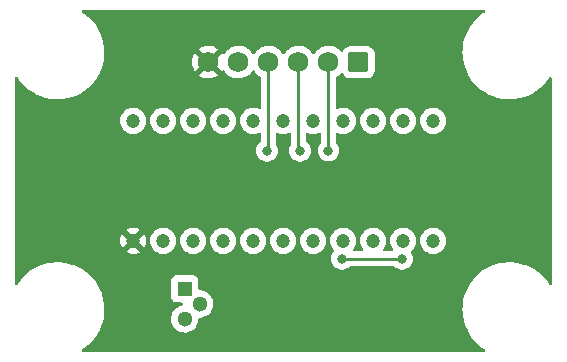
<source format=gbl>
G04 #@! TF.GenerationSoftware,KiCad,Pcbnew,(6.0.7)*
G04 #@! TF.CreationDate,2023-04-22T03:18:15-05:00*
G04 #@! TF.ProjectId,CCD_Board,4343445f-426f-4617-9264-2e6b69636164,rev?*
G04 #@! TF.SameCoordinates,Original*
G04 #@! TF.FileFunction,Copper,L2,Bot*
G04 #@! TF.FilePolarity,Positive*
%FSLAX46Y46*%
G04 Gerber Fmt 4.6, Leading zero omitted, Abs format (unit mm)*
G04 Created by KiCad (PCBNEW (6.0.7)) date 2023-04-22 03:18:15*
%MOMM*%
%LPD*%
G01*
G04 APERTURE LIST*
G04 Aperture macros list*
%AMRoundRect*
0 Rectangle with rounded corners*
0 $1 Rounding radius*
0 $2 $3 $4 $5 $6 $7 $8 $9 X,Y pos of 4 corners*
0 Add a 4 corners polygon primitive as box body*
4,1,4,$2,$3,$4,$5,$6,$7,$8,$9,$2,$3,0*
0 Add four circle primitives for the rounded corners*
1,1,$1+$1,$2,$3*
1,1,$1+$1,$4,$5*
1,1,$1+$1,$6,$7*
1,1,$1+$1,$8,$9*
0 Add four rect primitives between the rounded corners*
20,1,$1+$1,$2,$3,$4,$5,0*
20,1,$1+$1,$4,$5,$6,$7,0*
20,1,$1+$1,$6,$7,$8,$9,0*
20,1,$1+$1,$8,$9,$2,$3,0*%
G04 Aperture macros list end*
G04 #@! TA.AperFunction,ComponentPad*
%ADD10R,1.300000X1.300000*%
G04 #@! TD*
G04 #@! TA.AperFunction,ComponentPad*
%ADD11C,1.300000*%
G04 #@! TD*
G04 #@! TA.AperFunction,ComponentPad*
%ADD12RoundRect,0.250000X0.620000X0.620000X-0.620000X0.620000X-0.620000X-0.620000X0.620000X-0.620000X0*%
G04 #@! TD*
G04 #@! TA.AperFunction,ComponentPad*
%ADD13C,1.740000*%
G04 #@! TD*
G04 #@! TA.AperFunction,ComponentPad*
%ADD14C,1.200000*%
G04 #@! TD*
G04 #@! TA.AperFunction,ViaPad*
%ADD15C,0.800000*%
G04 #@! TD*
G04 #@! TA.AperFunction,Conductor*
%ADD16C,0.250000*%
G04 #@! TD*
G04 APERTURE END LIST*
D10*
X100224000Y-73914000D03*
D11*
X101494000Y-75184000D03*
X100224000Y-76454000D03*
D12*
X114935000Y-54725000D03*
D13*
X112395000Y-54725000D03*
X109855000Y-54725000D03*
X107315000Y-54725000D03*
X104775000Y-54725000D03*
X102235000Y-54725000D03*
D14*
X95857000Y-59690000D03*
X98397000Y-59690000D03*
X100937000Y-59690000D03*
X103477000Y-59690000D03*
X106017000Y-59690000D03*
X108557000Y-59690000D03*
X111097000Y-59690000D03*
X113637000Y-59690000D03*
X116177000Y-59690000D03*
X118717000Y-59690000D03*
X121257000Y-59690000D03*
X121257000Y-69850000D03*
X118717000Y-69850000D03*
X116177000Y-69850000D03*
X113637000Y-69850000D03*
X111097000Y-69850000D03*
X108557000Y-69850000D03*
X106017000Y-69850000D03*
X103477000Y-69850000D03*
X100937000Y-69850000D03*
X98397000Y-69850000D03*
X95857000Y-69850000D03*
D15*
X105410000Y-73406000D03*
X112395000Y-62219852D03*
X109982000Y-62230000D03*
X107188000Y-62230000D03*
X118618000Y-71374000D03*
X113538000Y-71374000D03*
D16*
X112395000Y-54725000D02*
X112395000Y-62219852D01*
X109855000Y-54725000D02*
X109855000Y-62230000D01*
X109855000Y-62230000D02*
X109982000Y-62230000D01*
X107198148Y-62219852D02*
X107188000Y-62230000D01*
X107315000Y-54725000D02*
X107315000Y-62219852D01*
X107315000Y-62219852D02*
X107198148Y-62219852D01*
X113538000Y-71374000D02*
X118618000Y-71374000D01*
G04 #@! TA.AperFunction,Conductor*
G36*
X125608105Y-50312502D02*
G01*
X125654598Y-50366158D01*
X125664702Y-50436432D01*
X125635208Y-50501012D01*
X125605538Y-50526104D01*
X125481089Y-50601919D01*
X125165319Y-50840301D01*
X125163037Y-50842411D01*
X125163028Y-50842418D01*
X125003117Y-50990239D01*
X124874786Y-51108867D01*
X124872714Y-51111205D01*
X124872709Y-51111210D01*
X124614448Y-51402609D01*
X124614443Y-51402615D01*
X124612364Y-51404961D01*
X124380647Y-51725654D01*
X124181927Y-52067776D01*
X124180637Y-52070613D01*
X124180635Y-52070617D01*
X124086684Y-52277252D01*
X124018169Y-52427943D01*
X123890992Y-52802593D01*
X123801654Y-53188023D01*
X123779832Y-53357203D01*
X123753979Y-53557630D01*
X123751039Y-53580419D01*
X123739647Y-53975902D01*
X123739868Y-53979021D01*
X123739868Y-53979028D01*
X123744989Y-54051350D01*
X123767590Y-54370562D01*
X123834593Y-54760495D01*
X123939992Y-55141845D01*
X123941122Y-55144765D01*
X123941123Y-55144769D01*
X124081024Y-55506389D01*
X124082746Y-55510841D01*
X124084161Y-55513635D01*
X124084164Y-55513643D01*
X124241541Y-55824521D01*
X124261443Y-55863835D01*
X124263134Y-55866484D01*
X124263135Y-55866486D01*
X124398561Y-56078654D01*
X124474315Y-56197335D01*
X124719258Y-56508043D01*
X124721433Y-56510299D01*
X124721438Y-56510305D01*
X124844888Y-56638364D01*
X124993849Y-56792888D01*
X124996242Y-56794921D01*
X125292979Y-57047018D01*
X125292987Y-57047025D01*
X125295374Y-57049052D01*
X125297954Y-57050835D01*
X125618277Y-57272225D01*
X125618286Y-57272230D01*
X125620849Y-57274002D01*
X125623584Y-57275515D01*
X125623589Y-57275518D01*
X125788377Y-57366673D01*
X125967058Y-57465514D01*
X125969927Y-57466747D01*
X125969938Y-57466752D01*
X126327707Y-57620461D01*
X126330575Y-57621693D01*
X126333552Y-57622634D01*
X126333556Y-57622636D01*
X126462331Y-57663362D01*
X126707807Y-57740996D01*
X127095023Y-57822242D01*
X127098141Y-57822578D01*
X127485942Y-57864365D01*
X127485945Y-57864365D01*
X127488393Y-57864629D01*
X127490856Y-57864700D01*
X127490857Y-57864700D01*
X127494506Y-57864805D01*
X127545711Y-57866280D01*
X127816772Y-57866280D01*
X127818335Y-57866202D01*
X127818343Y-57866202D01*
X127914711Y-57861404D01*
X128112578Y-57851554D01*
X128115663Y-57851090D01*
X128115665Y-57851090D01*
X128500736Y-57793197D01*
X128503829Y-57792732D01*
X128705004Y-57741640D01*
X128884259Y-57696115D01*
X128884262Y-57696114D01*
X128887302Y-57695342D01*
X128890250Y-57694272D01*
X129256269Y-57561414D01*
X129256279Y-57561410D01*
X129259207Y-57560347D01*
X129615866Y-57389082D01*
X129953751Y-57183241D01*
X130269521Y-56944859D01*
X130271803Y-56942749D01*
X130271812Y-56942742D01*
X130557757Y-56678416D01*
X130560054Y-56676293D01*
X130709171Y-56508043D01*
X130820392Y-56382551D01*
X130820397Y-56382545D01*
X130822476Y-56380199D01*
X131054193Y-56059506D01*
X131082547Y-56010691D01*
X131134057Y-55961834D01*
X131203806Y-55948580D01*
X131269647Y-55975140D01*
X131310678Y-56033080D01*
X131317500Y-56073978D01*
X131317499Y-73470340D01*
X131297497Y-73538461D01*
X131243841Y-73584954D01*
X131173567Y-73595058D01*
X131108987Y-73565564D01*
X131085291Y-73538132D01*
X130962212Y-73345308D01*
X130960525Y-73342665D01*
X130715582Y-73031957D01*
X130713407Y-73029701D01*
X130713402Y-73029695D01*
X130504878Y-72813385D01*
X130440991Y-72747112D01*
X130438419Y-72744927D01*
X130141861Y-72492982D01*
X130141853Y-72492975D01*
X130139466Y-72490948D01*
X129945311Y-72356759D01*
X129816563Y-72267775D01*
X129816554Y-72267770D01*
X129813991Y-72265998D01*
X129811256Y-72264485D01*
X129811251Y-72264482D01*
X129636477Y-72167803D01*
X129467782Y-72074486D01*
X129464913Y-72073253D01*
X129464902Y-72073248D01*
X129107133Y-71919539D01*
X129107130Y-71919538D01*
X129104265Y-71918307D01*
X129101288Y-71917366D01*
X129101284Y-71917364D01*
X128972509Y-71876638D01*
X128727033Y-71799004D01*
X128339817Y-71717758D01*
X128336699Y-71717422D01*
X127948898Y-71675635D01*
X127948895Y-71675635D01*
X127946447Y-71675371D01*
X127943984Y-71675300D01*
X127943983Y-71675300D01*
X127940334Y-71675195D01*
X127889129Y-71673720D01*
X127618068Y-71673720D01*
X127616505Y-71673798D01*
X127616497Y-71673798D01*
X127520129Y-71678596D01*
X127322262Y-71688446D01*
X127319177Y-71688910D01*
X127319175Y-71688910D01*
X127129530Y-71717422D01*
X126931011Y-71747268D01*
X126927976Y-71748039D01*
X126927975Y-71748039D01*
X126550581Y-71843885D01*
X126550578Y-71843886D01*
X126547538Y-71844658D01*
X126544591Y-71845728D01*
X126544590Y-71845728D01*
X126178571Y-71978586D01*
X126178561Y-71978590D01*
X126175633Y-71979653D01*
X125818974Y-72150918D01*
X125816300Y-72152547D01*
X125795665Y-72165118D01*
X125481089Y-72356759D01*
X125165319Y-72595141D01*
X125163037Y-72597251D01*
X125163028Y-72597258D01*
X125003117Y-72745079D01*
X124874786Y-72863707D01*
X124872714Y-72866045D01*
X124872709Y-72866050D01*
X124614448Y-73157449D01*
X124614443Y-73157455D01*
X124612364Y-73159801D01*
X124380647Y-73480494D01*
X124181927Y-73822616D01*
X124180637Y-73825453D01*
X124180635Y-73825457D01*
X124035253Y-74145208D01*
X124018169Y-74182783D01*
X123890992Y-74557433D01*
X123801654Y-74942863D01*
X123784980Y-75072131D01*
X123752662Y-75322680D01*
X123751039Y-75335259D01*
X123739647Y-75730742D01*
X123739868Y-75733861D01*
X123739868Y-75733868D01*
X123747909Y-75847431D01*
X123767590Y-76125402D01*
X123834593Y-76515335D01*
X123835425Y-76518344D01*
X123835426Y-76518350D01*
X123887292Y-76706010D01*
X123939992Y-76896685D01*
X123941122Y-76899605D01*
X123941123Y-76899609D01*
X124046368Y-77171649D01*
X124082746Y-77265681D01*
X124084161Y-77268475D01*
X124084164Y-77268483D01*
X124260024Y-77615872D01*
X124261443Y-77618675D01*
X124474315Y-77952175D01*
X124719258Y-78262883D01*
X124721433Y-78265139D01*
X124721438Y-78265145D01*
X124771597Y-78317177D01*
X124993849Y-78547728D01*
X124996242Y-78549761D01*
X125292979Y-78801858D01*
X125292987Y-78801865D01*
X125295374Y-78803892D01*
X125421551Y-78891098D01*
X125615749Y-79025317D01*
X125660415Y-79080503D01*
X125668156Y-79151076D01*
X125636512Y-79214631D01*
X125575532Y-79250989D01*
X125544085Y-79254970D01*
X113114252Y-79252400D01*
X91629238Y-79247958D01*
X91561121Y-79227942D01*
X91514640Y-79174277D01*
X91504550Y-79104001D01*
X91534057Y-79039426D01*
X91563709Y-79014354D01*
X91688911Y-78938081D01*
X92004681Y-78699699D01*
X92006963Y-78697589D01*
X92006972Y-78697582D01*
X92292917Y-78433256D01*
X92295214Y-78431133D01*
X92444331Y-78262883D01*
X92555552Y-78137391D01*
X92555557Y-78137385D01*
X92557636Y-78135039D01*
X92789353Y-77814346D01*
X92988073Y-77472224D01*
X93015074Y-77412840D01*
X93150539Y-77114899D01*
X93150540Y-77114896D01*
X93151831Y-77112057D01*
X93176140Y-77040447D01*
X93216430Y-76921755D01*
X93279008Y-76737407D01*
X93351758Y-76423544D01*
X99060936Y-76423544D01*
X99074861Y-76636006D01*
X99076282Y-76641602D01*
X99076283Y-76641607D01*
X99099838Y-76734352D01*
X99127272Y-76842372D01*
X99129689Y-76847615D01*
X99166389Y-76927223D01*
X99216411Y-77035731D01*
X99339296Y-77209609D01*
X99491809Y-77358181D01*
X99496605Y-77361386D01*
X99496608Y-77361388D01*
X99568088Y-77409149D01*
X99668843Y-77476471D01*
X99674146Y-77478749D01*
X99674149Y-77478751D01*
X99756324Y-77514056D01*
X99864470Y-77560519D01*
X99940316Y-77577681D01*
X100066501Y-77606234D01*
X100066506Y-77606235D01*
X100072138Y-77607509D01*
X100077909Y-77607736D01*
X100077911Y-77607736D01*
X100139252Y-77610146D01*
X100284891Y-77615869D01*
X100290600Y-77615041D01*
X100290604Y-77615041D01*
X100489890Y-77586145D01*
X100489894Y-77586144D01*
X100495605Y-77585316D01*
X100697223Y-77516876D01*
X100882993Y-77412840D01*
X101046693Y-77276693D01*
X101182840Y-77112993D01*
X101286876Y-76927223D01*
X101355316Y-76725605D01*
X101367496Y-76641607D01*
X101385337Y-76518561D01*
X101385337Y-76518559D01*
X101385869Y-76514891D01*
X101387122Y-76467026D01*
X101408900Y-76399452D01*
X101463754Y-76354379D01*
X101518026Y-76344420D01*
X101554891Y-76345869D01*
X101560599Y-76345041D01*
X101560605Y-76345041D01*
X101759890Y-76316145D01*
X101759894Y-76316144D01*
X101765605Y-76315316D01*
X101967223Y-76246876D01*
X102152993Y-76142840D01*
X102316693Y-76006693D01*
X102452840Y-75842993D01*
X102556876Y-75657223D01*
X102625316Y-75455605D01*
X102642312Y-75338394D01*
X102655337Y-75248561D01*
X102655337Y-75248559D01*
X102655869Y-75244891D01*
X102657463Y-75184000D01*
X102637981Y-74971976D01*
X102580186Y-74767052D01*
X102538103Y-74681715D01*
X102488570Y-74581273D01*
X102486015Y-74576092D01*
X102358622Y-74405491D01*
X102202271Y-74260963D01*
X102022201Y-74147347D01*
X101824441Y-74068449D01*
X101818781Y-74067323D01*
X101818777Y-74067322D01*
X101621282Y-74028038D01*
X101621280Y-74028038D01*
X101615615Y-74026911D01*
X101609840Y-74026835D01*
X101609836Y-74026835D01*
X101506850Y-74025487D01*
X101438997Y-74004595D01*
X101393211Y-73950335D01*
X101382500Y-73899498D01*
X101382500Y-73215866D01*
X101375745Y-73153684D01*
X101324615Y-73017295D01*
X101237261Y-72900739D01*
X101120705Y-72813385D01*
X100984316Y-72762255D01*
X100922134Y-72755500D01*
X99525866Y-72755500D01*
X99463684Y-72762255D01*
X99327295Y-72813385D01*
X99210739Y-72900739D01*
X99123385Y-73017295D01*
X99072255Y-73153684D01*
X99065500Y-73215866D01*
X99065500Y-74612134D01*
X99072255Y-74674316D01*
X99123385Y-74810705D01*
X99210739Y-74927261D01*
X99327295Y-75014615D01*
X99463684Y-75065745D01*
X99525866Y-75072500D01*
X99945190Y-75072500D01*
X100013311Y-75092502D01*
X100059804Y-75146158D01*
X100069908Y-75216432D01*
X100040414Y-75281012D01*
X99980688Y-75319396D01*
X99966528Y-75322680D01*
X99928564Y-75329203D01*
X99928561Y-75329204D01*
X99922874Y-75330181D01*
X99723116Y-75403875D01*
X99540134Y-75512739D01*
X99380054Y-75653125D01*
X99248238Y-75820333D01*
X99149100Y-76008762D01*
X99147386Y-76014283D01*
X99147384Y-76014287D01*
X99106592Y-76145659D01*
X99085961Y-76212102D01*
X99060936Y-76423544D01*
X93351758Y-76423544D01*
X93368346Y-76351977D01*
X93403145Y-76082194D01*
X93418560Y-75962691D01*
X93418560Y-75962688D01*
X93418961Y-75959581D01*
X93430353Y-75564098D01*
X93426987Y-75516549D01*
X93402632Y-75172574D01*
X93402410Y-75169438D01*
X93335407Y-74779505D01*
X93308380Y-74681715D01*
X93233313Y-74410114D01*
X93230008Y-74398155D01*
X93178451Y-74264888D01*
X93088389Y-74032092D01*
X93088387Y-74032087D01*
X93087254Y-74029159D01*
X93085396Y-74025487D01*
X92909976Y-73678968D01*
X92908557Y-73676165D01*
X92800529Y-73506920D01*
X92697372Y-73345308D01*
X92695685Y-73342665D01*
X92450742Y-73031957D01*
X92448567Y-73029701D01*
X92448562Y-73029695D01*
X92240038Y-72813385D01*
X92176151Y-72747112D01*
X92173579Y-72744927D01*
X91877021Y-72492982D01*
X91877013Y-72492975D01*
X91874626Y-72490948D01*
X91680471Y-72356759D01*
X91551723Y-72267775D01*
X91551714Y-72267770D01*
X91549151Y-72265998D01*
X91546416Y-72264485D01*
X91546411Y-72264482D01*
X91371637Y-72167803D01*
X91202942Y-72074486D01*
X91200073Y-72073253D01*
X91200062Y-72073248D01*
X90842293Y-71919539D01*
X90842290Y-71919538D01*
X90839425Y-71918307D01*
X90836448Y-71917366D01*
X90836444Y-71917364D01*
X90707669Y-71876638D01*
X90462193Y-71799004D01*
X90074977Y-71717758D01*
X90071859Y-71717422D01*
X89684058Y-71675635D01*
X89684055Y-71675635D01*
X89681607Y-71675371D01*
X89679144Y-71675300D01*
X89679143Y-71675300D01*
X89675494Y-71675195D01*
X89624289Y-71673720D01*
X89353228Y-71673720D01*
X89351665Y-71673798D01*
X89351657Y-71673798D01*
X89255289Y-71678596D01*
X89057422Y-71688446D01*
X89054337Y-71688910D01*
X89054335Y-71688910D01*
X88864690Y-71717422D01*
X88666171Y-71747268D01*
X88663136Y-71748039D01*
X88663135Y-71748039D01*
X88285741Y-71843885D01*
X88285738Y-71843886D01*
X88282698Y-71844658D01*
X88279751Y-71845728D01*
X88279750Y-71845728D01*
X87913731Y-71978586D01*
X87913721Y-71978590D01*
X87910793Y-71979653D01*
X87554134Y-72150918D01*
X87551460Y-72152547D01*
X87530825Y-72165118D01*
X87216249Y-72356759D01*
X86900479Y-72595141D01*
X86898197Y-72597251D01*
X86898188Y-72597258D01*
X86738277Y-72745079D01*
X86609946Y-72863707D01*
X86607874Y-72866045D01*
X86607869Y-72866050D01*
X86349608Y-73157449D01*
X86349603Y-73157455D01*
X86347524Y-73159801D01*
X86115807Y-73480494D01*
X86114241Y-73483189D01*
X86114241Y-73483190D01*
X86087454Y-73529308D01*
X86035943Y-73578166D01*
X85966194Y-73591420D01*
X85900353Y-73564860D01*
X85859322Y-73506920D01*
X85852500Y-73466022D01*
X85852500Y-70791294D01*
X95280066Y-70791294D01*
X95289948Y-70803783D01*
X95321239Y-70824691D01*
X95331349Y-70830181D01*
X95507835Y-70906005D01*
X95518778Y-70909560D01*
X95706120Y-70951952D01*
X95717530Y-70953454D01*
X95909469Y-70960995D01*
X95920951Y-70960393D01*
X96111045Y-70932832D01*
X96122240Y-70930144D01*
X96304131Y-70868400D01*
X96314628Y-70863726D01*
X96425032Y-70801898D01*
X96434895Y-70791821D01*
X96431940Y-70784151D01*
X95869811Y-70222021D01*
X95855868Y-70214408D01*
X95854034Y-70214539D01*
X95847420Y-70218790D01*
X95286259Y-70779952D01*
X95280066Y-70791294D01*
X85852500Y-70791294D01*
X85852500Y-69826638D01*
X94745012Y-69826638D01*
X94757575Y-70018304D01*
X94759376Y-70029674D01*
X94806657Y-70215843D01*
X94810498Y-70226690D01*
X94890916Y-70401130D01*
X94896664Y-70411086D01*
X94902788Y-70419751D01*
X94913377Y-70428140D01*
X94926676Y-70421113D01*
X95484979Y-69862811D01*
X95491356Y-69851132D01*
X96221408Y-69851132D01*
X96221539Y-69852966D01*
X96225790Y-69859580D01*
X96787239Y-70421028D01*
X96799614Y-70427785D01*
X96806194Y-70422859D01*
X96870726Y-70307628D01*
X96875400Y-70297131D01*
X96937144Y-70115240D01*
X96939832Y-70104045D01*
X96967689Y-69911911D01*
X96968319Y-69904528D01*
X96969650Y-69853704D01*
X96969407Y-69846305D01*
X96967069Y-69820859D01*
X97284132Y-69820859D01*
X97297457Y-70024151D01*
X97347605Y-70221610D01*
X97432898Y-70406624D01*
X97550479Y-70572997D01*
X97696410Y-70715157D01*
X97701206Y-70718362D01*
X97701209Y-70718364D01*
X97826227Y-70801898D01*
X97865803Y-70828342D01*
X97871106Y-70830620D01*
X97871109Y-70830622D01*
X98047680Y-70906483D01*
X98052987Y-70908763D01*
X98125817Y-70925243D01*
X98246055Y-70952450D01*
X98246060Y-70952451D01*
X98251692Y-70953725D01*
X98257463Y-70953952D01*
X98257465Y-70953952D01*
X98320470Y-70956427D01*
X98455263Y-70961723D01*
X98656883Y-70932490D01*
X98662347Y-70930635D01*
X98662352Y-70930634D01*
X98844327Y-70868862D01*
X98844332Y-70868860D01*
X98849799Y-70867004D01*
X98855653Y-70863726D01*
X98925354Y-70824691D01*
X99027551Y-70767458D01*
X99184186Y-70637186D01*
X99314458Y-70480551D01*
X99414004Y-70302799D01*
X99415860Y-70297332D01*
X99415862Y-70297327D01*
X99477634Y-70115352D01*
X99477635Y-70115347D01*
X99479490Y-70109883D01*
X99508723Y-69908263D01*
X99510249Y-69850000D01*
X99507571Y-69820859D01*
X99824132Y-69820859D01*
X99837457Y-70024151D01*
X99887605Y-70221610D01*
X99972898Y-70406624D01*
X100090479Y-70572997D01*
X100236410Y-70715157D01*
X100241206Y-70718362D01*
X100241209Y-70718364D01*
X100366227Y-70801898D01*
X100405803Y-70828342D01*
X100411106Y-70830620D01*
X100411109Y-70830622D01*
X100587680Y-70906483D01*
X100592987Y-70908763D01*
X100665817Y-70925243D01*
X100786055Y-70952450D01*
X100786060Y-70952451D01*
X100791692Y-70953725D01*
X100797463Y-70953952D01*
X100797465Y-70953952D01*
X100860470Y-70956427D01*
X100995263Y-70961723D01*
X101196883Y-70932490D01*
X101202347Y-70930635D01*
X101202352Y-70930634D01*
X101384327Y-70868862D01*
X101384332Y-70868860D01*
X101389799Y-70867004D01*
X101395653Y-70863726D01*
X101465354Y-70824691D01*
X101567551Y-70767458D01*
X101724186Y-70637186D01*
X101854458Y-70480551D01*
X101954004Y-70302799D01*
X101955860Y-70297332D01*
X101955862Y-70297327D01*
X102017634Y-70115352D01*
X102017635Y-70115347D01*
X102019490Y-70109883D01*
X102048723Y-69908263D01*
X102050249Y-69850000D01*
X102047571Y-69820859D01*
X102364132Y-69820859D01*
X102377457Y-70024151D01*
X102427605Y-70221610D01*
X102512898Y-70406624D01*
X102630479Y-70572997D01*
X102776410Y-70715157D01*
X102781206Y-70718362D01*
X102781209Y-70718364D01*
X102906227Y-70801898D01*
X102945803Y-70828342D01*
X102951106Y-70830620D01*
X102951109Y-70830622D01*
X103127680Y-70906483D01*
X103132987Y-70908763D01*
X103205817Y-70925243D01*
X103326055Y-70952450D01*
X103326060Y-70952451D01*
X103331692Y-70953725D01*
X103337463Y-70953952D01*
X103337465Y-70953952D01*
X103400470Y-70956427D01*
X103535263Y-70961723D01*
X103736883Y-70932490D01*
X103742347Y-70930635D01*
X103742352Y-70930634D01*
X103924327Y-70868862D01*
X103924332Y-70868860D01*
X103929799Y-70867004D01*
X103935653Y-70863726D01*
X104005354Y-70824691D01*
X104107551Y-70767458D01*
X104264186Y-70637186D01*
X104394458Y-70480551D01*
X104494004Y-70302799D01*
X104495860Y-70297332D01*
X104495862Y-70297327D01*
X104557634Y-70115352D01*
X104557635Y-70115347D01*
X104559490Y-70109883D01*
X104588723Y-69908263D01*
X104590249Y-69850000D01*
X104587571Y-69820859D01*
X104904132Y-69820859D01*
X104917457Y-70024151D01*
X104967605Y-70221610D01*
X105052898Y-70406624D01*
X105170479Y-70572997D01*
X105316410Y-70715157D01*
X105321206Y-70718362D01*
X105321209Y-70718364D01*
X105446227Y-70801898D01*
X105485803Y-70828342D01*
X105491106Y-70830620D01*
X105491109Y-70830622D01*
X105667680Y-70906483D01*
X105672987Y-70908763D01*
X105745817Y-70925243D01*
X105866055Y-70952450D01*
X105866060Y-70952451D01*
X105871692Y-70953725D01*
X105877463Y-70953952D01*
X105877465Y-70953952D01*
X105940470Y-70956427D01*
X106075263Y-70961723D01*
X106276883Y-70932490D01*
X106282347Y-70930635D01*
X106282352Y-70930634D01*
X106464327Y-70868862D01*
X106464332Y-70868860D01*
X106469799Y-70867004D01*
X106475653Y-70863726D01*
X106545354Y-70824691D01*
X106647551Y-70767458D01*
X106804186Y-70637186D01*
X106934458Y-70480551D01*
X107034004Y-70302799D01*
X107035860Y-70297332D01*
X107035862Y-70297327D01*
X107097634Y-70115352D01*
X107097635Y-70115347D01*
X107099490Y-70109883D01*
X107128723Y-69908263D01*
X107130249Y-69850000D01*
X107127571Y-69820859D01*
X107444132Y-69820859D01*
X107457457Y-70024151D01*
X107507605Y-70221610D01*
X107592898Y-70406624D01*
X107710479Y-70572997D01*
X107856410Y-70715157D01*
X107861206Y-70718362D01*
X107861209Y-70718364D01*
X107986227Y-70801898D01*
X108025803Y-70828342D01*
X108031106Y-70830620D01*
X108031109Y-70830622D01*
X108207680Y-70906483D01*
X108212987Y-70908763D01*
X108285817Y-70925243D01*
X108406055Y-70952450D01*
X108406060Y-70952451D01*
X108411692Y-70953725D01*
X108417463Y-70953952D01*
X108417465Y-70953952D01*
X108480470Y-70956427D01*
X108615263Y-70961723D01*
X108816883Y-70932490D01*
X108822347Y-70930635D01*
X108822352Y-70930634D01*
X109004327Y-70868862D01*
X109004332Y-70868860D01*
X109009799Y-70867004D01*
X109015653Y-70863726D01*
X109085354Y-70824691D01*
X109187551Y-70767458D01*
X109344186Y-70637186D01*
X109474458Y-70480551D01*
X109574004Y-70302799D01*
X109575860Y-70297332D01*
X109575862Y-70297327D01*
X109637634Y-70115352D01*
X109637635Y-70115347D01*
X109639490Y-70109883D01*
X109668723Y-69908263D01*
X109670249Y-69850000D01*
X109667571Y-69820859D01*
X109984132Y-69820859D01*
X109997457Y-70024151D01*
X110047605Y-70221610D01*
X110132898Y-70406624D01*
X110250479Y-70572997D01*
X110396410Y-70715157D01*
X110401206Y-70718362D01*
X110401209Y-70718364D01*
X110526227Y-70801898D01*
X110565803Y-70828342D01*
X110571106Y-70830620D01*
X110571109Y-70830622D01*
X110747680Y-70906483D01*
X110752987Y-70908763D01*
X110825817Y-70925243D01*
X110946055Y-70952450D01*
X110946060Y-70952451D01*
X110951692Y-70953725D01*
X110957463Y-70953952D01*
X110957465Y-70953952D01*
X111020470Y-70956427D01*
X111155263Y-70961723D01*
X111356883Y-70932490D01*
X111362347Y-70930635D01*
X111362352Y-70930634D01*
X111544327Y-70868862D01*
X111544332Y-70868860D01*
X111549799Y-70867004D01*
X111555653Y-70863726D01*
X111625354Y-70824691D01*
X111727551Y-70767458D01*
X111884186Y-70637186D01*
X112014458Y-70480551D01*
X112114004Y-70302799D01*
X112115860Y-70297332D01*
X112115862Y-70297327D01*
X112177634Y-70115352D01*
X112177635Y-70115347D01*
X112179490Y-70109883D01*
X112208723Y-69908263D01*
X112210249Y-69850000D01*
X112207571Y-69820859D01*
X112524132Y-69820859D01*
X112537457Y-70024151D01*
X112587605Y-70221610D01*
X112672898Y-70406624D01*
X112790479Y-70572997D01*
X112794613Y-70577024D01*
X112834881Y-70616252D01*
X112869719Y-70678114D01*
X112865581Y-70748990D01*
X112840597Y-70790813D01*
X112798960Y-70837056D01*
X112703473Y-71002444D01*
X112644458Y-71184072D01*
X112624496Y-71374000D01*
X112644458Y-71563928D01*
X112703473Y-71745556D01*
X112798960Y-71910944D01*
X112803378Y-71915851D01*
X112803379Y-71915852D01*
X112806699Y-71919539D01*
X112926747Y-72052866D01*
X112958598Y-72076007D01*
X113063946Y-72152547D01*
X113081248Y-72165118D01*
X113087276Y-72167802D01*
X113087278Y-72167803D01*
X113249681Y-72240109D01*
X113255712Y-72242794D01*
X113349113Y-72262647D01*
X113436056Y-72281128D01*
X113436061Y-72281128D01*
X113442513Y-72282500D01*
X113633487Y-72282500D01*
X113639939Y-72281128D01*
X113639944Y-72281128D01*
X113726887Y-72262647D01*
X113820288Y-72242794D01*
X113826319Y-72240109D01*
X113988722Y-72167803D01*
X113988724Y-72167802D01*
X113994752Y-72165118D01*
X114012055Y-72152547D01*
X114127671Y-72068546D01*
X114149253Y-72052866D01*
X114153668Y-72047963D01*
X114158580Y-72043540D01*
X114159705Y-72044789D01*
X114213014Y-72011949D01*
X114246200Y-72007500D01*
X117909800Y-72007500D01*
X117977921Y-72027502D01*
X117997147Y-72043843D01*
X117997420Y-72043540D01*
X118002332Y-72047963D01*
X118006747Y-72052866D01*
X118028329Y-72068546D01*
X118143946Y-72152547D01*
X118161248Y-72165118D01*
X118167276Y-72167802D01*
X118167278Y-72167803D01*
X118329681Y-72240109D01*
X118335712Y-72242794D01*
X118429113Y-72262647D01*
X118516056Y-72281128D01*
X118516061Y-72281128D01*
X118522513Y-72282500D01*
X118713487Y-72282500D01*
X118719939Y-72281128D01*
X118719944Y-72281128D01*
X118806887Y-72262647D01*
X118900288Y-72242794D01*
X118906319Y-72240109D01*
X119068722Y-72167803D01*
X119068724Y-72167802D01*
X119074752Y-72165118D01*
X119092055Y-72152547D01*
X119197402Y-72076007D01*
X119229253Y-72052866D01*
X119349301Y-71919539D01*
X119352621Y-71915852D01*
X119352622Y-71915851D01*
X119357040Y-71910944D01*
X119452527Y-71745556D01*
X119511542Y-71563928D01*
X119531504Y-71374000D01*
X119511542Y-71184072D01*
X119452527Y-71002444D01*
X119428886Y-70961496D01*
X119379913Y-70876672D01*
X119363175Y-70807676D01*
X119386396Y-70740585D01*
X119408463Y-70716798D01*
X119499748Y-70640877D01*
X119504186Y-70637186D01*
X119634458Y-70480551D01*
X119734004Y-70302799D01*
X119735860Y-70297332D01*
X119735862Y-70297327D01*
X119797634Y-70115352D01*
X119797635Y-70115347D01*
X119799490Y-70109883D01*
X119828723Y-69908263D01*
X119830249Y-69850000D01*
X119827571Y-69820859D01*
X120144132Y-69820859D01*
X120157457Y-70024151D01*
X120207605Y-70221610D01*
X120292898Y-70406624D01*
X120410479Y-70572997D01*
X120556410Y-70715157D01*
X120561206Y-70718362D01*
X120561209Y-70718364D01*
X120686227Y-70801898D01*
X120725803Y-70828342D01*
X120731106Y-70830620D01*
X120731109Y-70830622D01*
X120907680Y-70906483D01*
X120912987Y-70908763D01*
X120985817Y-70925243D01*
X121106055Y-70952450D01*
X121106060Y-70952451D01*
X121111692Y-70953725D01*
X121117463Y-70953952D01*
X121117465Y-70953952D01*
X121180470Y-70956427D01*
X121315263Y-70961723D01*
X121516883Y-70932490D01*
X121522347Y-70930635D01*
X121522352Y-70930634D01*
X121704327Y-70868862D01*
X121704332Y-70868860D01*
X121709799Y-70867004D01*
X121715653Y-70863726D01*
X121785354Y-70824691D01*
X121887551Y-70767458D01*
X122044186Y-70637186D01*
X122174458Y-70480551D01*
X122274004Y-70302799D01*
X122275860Y-70297332D01*
X122275862Y-70297327D01*
X122337634Y-70115352D01*
X122337635Y-70115347D01*
X122339490Y-70109883D01*
X122368723Y-69908263D01*
X122370249Y-69850000D01*
X122358860Y-69726049D01*
X122352137Y-69652880D01*
X122352136Y-69652877D01*
X122351608Y-69647126D01*
X122296307Y-69451047D01*
X122285776Y-69429691D01*
X122208756Y-69273510D01*
X122206201Y-69268329D01*
X122187796Y-69243681D01*
X122087758Y-69109715D01*
X122087758Y-69109714D01*
X122084305Y-69105091D01*
X121934703Y-68966800D01*
X121828947Y-68900073D01*
X121767288Y-68861169D01*
X121767283Y-68861167D01*
X121762404Y-68858088D01*
X121573180Y-68782595D01*
X121398663Y-68747881D01*
X121379032Y-68743976D01*
X121379031Y-68743976D01*
X121373366Y-68742849D01*
X121367592Y-68742773D01*
X121367588Y-68742773D01*
X121264452Y-68741424D01*
X121169655Y-68740183D01*
X121163958Y-68741162D01*
X121163957Y-68741162D01*
X121144671Y-68744476D01*
X120968870Y-68774684D01*
X120777734Y-68845198D01*
X120772773Y-68848150D01*
X120772772Y-68848150D01*
X120656939Y-68917064D01*
X120602649Y-68949363D01*
X120449478Y-69083690D01*
X120445911Y-69088215D01*
X120445906Y-69088220D01*
X120359331Y-69198040D01*
X120323351Y-69243681D01*
X120320662Y-69248792D01*
X120320660Y-69248795D01*
X120305946Y-69276762D01*
X120228492Y-69423978D01*
X120168078Y-69618543D01*
X120144132Y-69820859D01*
X119827571Y-69820859D01*
X119818860Y-69726049D01*
X119812137Y-69652880D01*
X119812136Y-69652877D01*
X119811608Y-69647126D01*
X119756307Y-69451047D01*
X119745776Y-69429691D01*
X119668756Y-69273510D01*
X119666201Y-69268329D01*
X119647796Y-69243681D01*
X119547758Y-69109715D01*
X119547758Y-69109714D01*
X119544305Y-69105091D01*
X119394703Y-68966800D01*
X119288947Y-68900073D01*
X119227288Y-68861169D01*
X119227283Y-68861167D01*
X119222404Y-68858088D01*
X119033180Y-68782595D01*
X118858663Y-68747881D01*
X118839032Y-68743976D01*
X118839031Y-68743976D01*
X118833366Y-68742849D01*
X118827592Y-68742773D01*
X118827588Y-68742773D01*
X118724452Y-68741424D01*
X118629655Y-68740183D01*
X118623958Y-68741162D01*
X118623957Y-68741162D01*
X118604671Y-68744476D01*
X118428870Y-68774684D01*
X118237734Y-68845198D01*
X118232773Y-68848150D01*
X118232772Y-68848150D01*
X118116939Y-68917064D01*
X118062649Y-68949363D01*
X117909478Y-69083690D01*
X117905911Y-69088215D01*
X117905906Y-69088220D01*
X117819331Y-69198040D01*
X117783351Y-69243681D01*
X117780662Y-69248792D01*
X117780660Y-69248795D01*
X117765946Y-69276762D01*
X117688492Y-69423978D01*
X117628078Y-69618543D01*
X117604132Y-69820859D01*
X117617457Y-70024151D01*
X117667605Y-70221610D01*
X117752898Y-70406624D01*
X117756231Y-70411340D01*
X117848417Y-70541780D01*
X117871398Y-70608954D01*
X117854414Y-70677889D01*
X117802856Y-70726699D01*
X117745520Y-70740500D01*
X117146936Y-70740500D01*
X117078815Y-70720498D01*
X117032322Y-70666842D01*
X117022218Y-70596568D01*
X117050061Y-70533933D01*
X117094458Y-70480551D01*
X117194004Y-70302799D01*
X117195860Y-70297332D01*
X117195862Y-70297327D01*
X117257634Y-70115352D01*
X117257635Y-70115347D01*
X117259490Y-70109883D01*
X117288723Y-69908263D01*
X117290249Y-69850000D01*
X117278860Y-69726049D01*
X117272137Y-69652880D01*
X117272136Y-69652877D01*
X117271608Y-69647126D01*
X117216307Y-69451047D01*
X117205776Y-69429691D01*
X117128756Y-69273510D01*
X117126201Y-69268329D01*
X117107796Y-69243681D01*
X117007758Y-69109715D01*
X117007758Y-69109714D01*
X117004305Y-69105091D01*
X116854703Y-68966800D01*
X116748947Y-68900073D01*
X116687288Y-68861169D01*
X116687283Y-68861167D01*
X116682404Y-68858088D01*
X116493180Y-68782595D01*
X116318663Y-68747881D01*
X116299032Y-68743976D01*
X116299031Y-68743976D01*
X116293366Y-68742849D01*
X116287592Y-68742773D01*
X116287588Y-68742773D01*
X116184452Y-68741424D01*
X116089655Y-68740183D01*
X116083958Y-68741162D01*
X116083957Y-68741162D01*
X116064671Y-68744476D01*
X115888870Y-68774684D01*
X115697734Y-68845198D01*
X115692773Y-68848150D01*
X115692772Y-68848150D01*
X115576939Y-68917064D01*
X115522649Y-68949363D01*
X115369478Y-69083690D01*
X115365911Y-69088215D01*
X115365906Y-69088220D01*
X115279331Y-69198040D01*
X115243351Y-69243681D01*
X115240662Y-69248792D01*
X115240660Y-69248795D01*
X115225946Y-69276762D01*
X115148492Y-69423978D01*
X115088078Y-69618543D01*
X115064132Y-69820859D01*
X115077457Y-70024151D01*
X115127605Y-70221610D01*
X115212898Y-70406624D01*
X115216231Y-70411340D01*
X115308417Y-70541780D01*
X115331398Y-70608954D01*
X115314414Y-70677889D01*
X115262856Y-70726699D01*
X115205520Y-70740500D01*
X114606936Y-70740500D01*
X114538815Y-70720498D01*
X114492322Y-70666842D01*
X114482218Y-70596568D01*
X114510061Y-70533933D01*
X114554458Y-70480551D01*
X114654004Y-70302799D01*
X114655860Y-70297332D01*
X114655862Y-70297327D01*
X114717634Y-70115352D01*
X114717635Y-70115347D01*
X114719490Y-70109883D01*
X114748723Y-69908263D01*
X114750249Y-69850000D01*
X114738860Y-69726049D01*
X114732137Y-69652880D01*
X114732136Y-69652877D01*
X114731608Y-69647126D01*
X114676307Y-69451047D01*
X114665776Y-69429691D01*
X114588756Y-69273510D01*
X114586201Y-69268329D01*
X114567796Y-69243681D01*
X114467758Y-69109715D01*
X114467758Y-69109714D01*
X114464305Y-69105091D01*
X114314703Y-68966800D01*
X114208947Y-68900073D01*
X114147288Y-68861169D01*
X114147283Y-68861167D01*
X114142404Y-68858088D01*
X113953180Y-68782595D01*
X113778663Y-68747881D01*
X113759032Y-68743976D01*
X113759031Y-68743976D01*
X113753366Y-68742849D01*
X113747592Y-68742773D01*
X113747588Y-68742773D01*
X113644452Y-68741424D01*
X113549655Y-68740183D01*
X113543958Y-68741162D01*
X113543957Y-68741162D01*
X113524671Y-68744476D01*
X113348870Y-68774684D01*
X113157734Y-68845198D01*
X113152773Y-68848150D01*
X113152772Y-68848150D01*
X113036939Y-68917064D01*
X112982649Y-68949363D01*
X112829478Y-69083690D01*
X112825911Y-69088215D01*
X112825906Y-69088220D01*
X112739331Y-69198040D01*
X112703351Y-69243681D01*
X112700662Y-69248792D01*
X112700660Y-69248795D01*
X112685946Y-69276762D01*
X112608492Y-69423978D01*
X112548078Y-69618543D01*
X112524132Y-69820859D01*
X112207571Y-69820859D01*
X112198860Y-69726049D01*
X112192137Y-69652880D01*
X112192136Y-69652877D01*
X112191608Y-69647126D01*
X112136307Y-69451047D01*
X112125776Y-69429691D01*
X112048756Y-69273510D01*
X112046201Y-69268329D01*
X112027796Y-69243681D01*
X111927758Y-69109715D01*
X111927758Y-69109714D01*
X111924305Y-69105091D01*
X111774703Y-68966800D01*
X111668947Y-68900073D01*
X111607288Y-68861169D01*
X111607283Y-68861167D01*
X111602404Y-68858088D01*
X111413180Y-68782595D01*
X111238663Y-68747881D01*
X111219032Y-68743976D01*
X111219031Y-68743976D01*
X111213366Y-68742849D01*
X111207592Y-68742773D01*
X111207588Y-68742773D01*
X111104452Y-68741424D01*
X111009655Y-68740183D01*
X111003958Y-68741162D01*
X111003957Y-68741162D01*
X110984671Y-68744476D01*
X110808870Y-68774684D01*
X110617734Y-68845198D01*
X110612773Y-68848150D01*
X110612772Y-68848150D01*
X110496939Y-68917064D01*
X110442649Y-68949363D01*
X110289478Y-69083690D01*
X110285911Y-69088215D01*
X110285906Y-69088220D01*
X110199331Y-69198040D01*
X110163351Y-69243681D01*
X110160662Y-69248792D01*
X110160660Y-69248795D01*
X110145946Y-69276762D01*
X110068492Y-69423978D01*
X110008078Y-69618543D01*
X109984132Y-69820859D01*
X109667571Y-69820859D01*
X109658860Y-69726049D01*
X109652137Y-69652880D01*
X109652136Y-69652877D01*
X109651608Y-69647126D01*
X109596307Y-69451047D01*
X109585776Y-69429691D01*
X109508756Y-69273510D01*
X109506201Y-69268329D01*
X109487796Y-69243681D01*
X109387758Y-69109715D01*
X109387758Y-69109714D01*
X109384305Y-69105091D01*
X109234703Y-68966800D01*
X109128947Y-68900073D01*
X109067288Y-68861169D01*
X109067283Y-68861167D01*
X109062404Y-68858088D01*
X108873180Y-68782595D01*
X108698663Y-68747881D01*
X108679032Y-68743976D01*
X108679031Y-68743976D01*
X108673366Y-68742849D01*
X108667592Y-68742773D01*
X108667588Y-68742773D01*
X108564452Y-68741424D01*
X108469655Y-68740183D01*
X108463958Y-68741162D01*
X108463957Y-68741162D01*
X108444671Y-68744476D01*
X108268870Y-68774684D01*
X108077734Y-68845198D01*
X108072773Y-68848150D01*
X108072772Y-68848150D01*
X107956939Y-68917064D01*
X107902649Y-68949363D01*
X107749478Y-69083690D01*
X107745911Y-69088215D01*
X107745906Y-69088220D01*
X107659331Y-69198040D01*
X107623351Y-69243681D01*
X107620662Y-69248792D01*
X107620660Y-69248795D01*
X107605946Y-69276762D01*
X107528492Y-69423978D01*
X107468078Y-69618543D01*
X107444132Y-69820859D01*
X107127571Y-69820859D01*
X107118860Y-69726049D01*
X107112137Y-69652880D01*
X107112136Y-69652877D01*
X107111608Y-69647126D01*
X107056307Y-69451047D01*
X107045776Y-69429691D01*
X106968756Y-69273510D01*
X106966201Y-69268329D01*
X106947796Y-69243681D01*
X106847758Y-69109715D01*
X106847758Y-69109714D01*
X106844305Y-69105091D01*
X106694703Y-68966800D01*
X106588947Y-68900073D01*
X106527288Y-68861169D01*
X106527283Y-68861167D01*
X106522404Y-68858088D01*
X106333180Y-68782595D01*
X106158663Y-68747881D01*
X106139032Y-68743976D01*
X106139031Y-68743976D01*
X106133366Y-68742849D01*
X106127592Y-68742773D01*
X106127588Y-68742773D01*
X106024452Y-68741424D01*
X105929655Y-68740183D01*
X105923958Y-68741162D01*
X105923957Y-68741162D01*
X105904671Y-68744476D01*
X105728870Y-68774684D01*
X105537734Y-68845198D01*
X105532773Y-68848150D01*
X105532772Y-68848150D01*
X105416939Y-68917064D01*
X105362649Y-68949363D01*
X105209478Y-69083690D01*
X105205911Y-69088215D01*
X105205906Y-69088220D01*
X105119331Y-69198040D01*
X105083351Y-69243681D01*
X105080662Y-69248792D01*
X105080660Y-69248795D01*
X105065946Y-69276762D01*
X104988492Y-69423978D01*
X104928078Y-69618543D01*
X104904132Y-69820859D01*
X104587571Y-69820859D01*
X104578860Y-69726049D01*
X104572137Y-69652880D01*
X104572136Y-69652877D01*
X104571608Y-69647126D01*
X104516307Y-69451047D01*
X104505776Y-69429691D01*
X104428756Y-69273510D01*
X104426201Y-69268329D01*
X104407796Y-69243681D01*
X104307758Y-69109715D01*
X104307758Y-69109714D01*
X104304305Y-69105091D01*
X104154703Y-68966800D01*
X104048947Y-68900073D01*
X103987288Y-68861169D01*
X103987283Y-68861167D01*
X103982404Y-68858088D01*
X103793180Y-68782595D01*
X103618663Y-68747881D01*
X103599032Y-68743976D01*
X103599031Y-68743976D01*
X103593366Y-68742849D01*
X103587592Y-68742773D01*
X103587588Y-68742773D01*
X103484452Y-68741424D01*
X103389655Y-68740183D01*
X103383958Y-68741162D01*
X103383957Y-68741162D01*
X103364671Y-68744476D01*
X103188870Y-68774684D01*
X102997734Y-68845198D01*
X102992773Y-68848150D01*
X102992772Y-68848150D01*
X102876939Y-68917064D01*
X102822649Y-68949363D01*
X102669478Y-69083690D01*
X102665911Y-69088215D01*
X102665906Y-69088220D01*
X102579331Y-69198040D01*
X102543351Y-69243681D01*
X102540662Y-69248792D01*
X102540660Y-69248795D01*
X102525946Y-69276762D01*
X102448492Y-69423978D01*
X102388078Y-69618543D01*
X102364132Y-69820859D01*
X102047571Y-69820859D01*
X102038860Y-69726049D01*
X102032137Y-69652880D01*
X102032136Y-69652877D01*
X102031608Y-69647126D01*
X101976307Y-69451047D01*
X101965776Y-69429691D01*
X101888756Y-69273510D01*
X101886201Y-69268329D01*
X101867796Y-69243681D01*
X101767758Y-69109715D01*
X101767758Y-69109714D01*
X101764305Y-69105091D01*
X101614703Y-68966800D01*
X101508947Y-68900073D01*
X101447288Y-68861169D01*
X101447283Y-68861167D01*
X101442404Y-68858088D01*
X101253180Y-68782595D01*
X101078663Y-68747881D01*
X101059032Y-68743976D01*
X101059031Y-68743976D01*
X101053366Y-68742849D01*
X101047592Y-68742773D01*
X101047588Y-68742773D01*
X100944452Y-68741424D01*
X100849655Y-68740183D01*
X100843958Y-68741162D01*
X100843957Y-68741162D01*
X100824671Y-68744476D01*
X100648870Y-68774684D01*
X100457734Y-68845198D01*
X100452773Y-68848150D01*
X100452772Y-68848150D01*
X100336939Y-68917064D01*
X100282649Y-68949363D01*
X100129478Y-69083690D01*
X100125911Y-69088215D01*
X100125906Y-69088220D01*
X100039331Y-69198040D01*
X100003351Y-69243681D01*
X100000662Y-69248792D01*
X100000660Y-69248795D01*
X99985946Y-69276762D01*
X99908492Y-69423978D01*
X99848078Y-69618543D01*
X99824132Y-69820859D01*
X99507571Y-69820859D01*
X99498860Y-69726049D01*
X99492137Y-69652880D01*
X99492136Y-69652877D01*
X99491608Y-69647126D01*
X99436307Y-69451047D01*
X99425776Y-69429691D01*
X99348756Y-69273510D01*
X99346201Y-69268329D01*
X99327796Y-69243681D01*
X99227758Y-69109715D01*
X99227758Y-69109714D01*
X99224305Y-69105091D01*
X99074703Y-68966800D01*
X98968947Y-68900073D01*
X98907288Y-68861169D01*
X98907283Y-68861167D01*
X98902404Y-68858088D01*
X98713180Y-68782595D01*
X98538663Y-68747881D01*
X98519032Y-68743976D01*
X98519031Y-68743976D01*
X98513366Y-68742849D01*
X98507592Y-68742773D01*
X98507588Y-68742773D01*
X98404452Y-68741424D01*
X98309655Y-68740183D01*
X98303958Y-68741162D01*
X98303957Y-68741162D01*
X98284671Y-68744476D01*
X98108870Y-68774684D01*
X97917734Y-68845198D01*
X97912773Y-68848150D01*
X97912772Y-68848150D01*
X97796939Y-68917064D01*
X97742649Y-68949363D01*
X97589478Y-69083690D01*
X97585911Y-69088215D01*
X97585906Y-69088220D01*
X97499331Y-69198040D01*
X97463351Y-69243681D01*
X97460662Y-69248792D01*
X97460660Y-69248795D01*
X97445946Y-69276762D01*
X97368492Y-69423978D01*
X97308078Y-69618543D01*
X97284132Y-69820859D01*
X96967069Y-69820859D01*
X96951643Y-69652975D01*
X96949545Y-69641654D01*
X96897408Y-69456791D01*
X96893283Y-69446044D01*
X96809163Y-69275465D01*
X96801869Y-69269990D01*
X96789449Y-69276762D01*
X96229021Y-69837189D01*
X96221408Y-69851132D01*
X95491356Y-69851132D01*
X95492592Y-69848868D01*
X95492461Y-69847034D01*
X95488210Y-69840420D01*
X94925538Y-69277749D01*
X94913163Y-69270992D01*
X94907197Y-69275458D01*
X94831645Y-69419058D01*
X94827242Y-69429691D01*
X94770281Y-69613132D01*
X94767891Y-69624376D01*
X94745313Y-69815137D01*
X94745012Y-69826638D01*
X85852500Y-69826638D01*
X85852500Y-68908675D01*
X95279788Y-68908675D01*
X95283275Y-68917064D01*
X95844189Y-69477979D01*
X95858132Y-69485592D01*
X95859966Y-69485461D01*
X95866580Y-69481210D01*
X96427285Y-68920504D01*
X96434042Y-68908129D01*
X96428012Y-68900073D01*
X96367061Y-68861616D01*
X96356813Y-68856395D01*
X96178401Y-68785216D01*
X96167373Y-68781949D01*
X95978982Y-68744476D01*
X95967535Y-68743273D01*
X95775477Y-68740759D01*
X95763997Y-68741662D01*
X95574697Y-68774190D01*
X95563577Y-68777170D01*
X95383365Y-68843653D01*
X95372991Y-68848601D01*
X95289385Y-68898342D01*
X95279788Y-68908675D01*
X85852500Y-68908675D01*
X85852500Y-59660859D01*
X94744132Y-59660859D01*
X94757457Y-59864151D01*
X94807605Y-60061610D01*
X94892898Y-60246624D01*
X95010479Y-60412997D01*
X95156410Y-60555157D01*
X95161206Y-60558362D01*
X95161209Y-60558364D01*
X95192427Y-60579223D01*
X95325803Y-60668342D01*
X95331106Y-60670620D01*
X95331109Y-60670622D01*
X95426923Y-60711787D01*
X95512987Y-60748763D01*
X95585817Y-60765243D01*
X95706055Y-60792450D01*
X95706060Y-60792451D01*
X95711692Y-60793725D01*
X95717463Y-60793952D01*
X95717465Y-60793952D01*
X95780470Y-60796427D01*
X95915263Y-60801723D01*
X96116883Y-60772490D01*
X96122347Y-60770635D01*
X96122352Y-60770634D01*
X96304327Y-60708862D01*
X96304332Y-60708860D01*
X96309799Y-60707004D01*
X96319301Y-60701683D01*
X96384567Y-60665132D01*
X96487551Y-60607458D01*
X96644186Y-60477186D01*
X96774458Y-60320551D01*
X96874004Y-60142799D01*
X96875860Y-60137332D01*
X96875862Y-60137327D01*
X96937634Y-59955352D01*
X96937635Y-59955347D01*
X96939490Y-59949883D01*
X96968723Y-59748263D01*
X96970249Y-59690000D01*
X96967571Y-59660859D01*
X97284132Y-59660859D01*
X97297457Y-59864151D01*
X97347605Y-60061610D01*
X97432898Y-60246624D01*
X97550479Y-60412997D01*
X97696410Y-60555157D01*
X97701206Y-60558362D01*
X97701209Y-60558364D01*
X97732427Y-60579223D01*
X97865803Y-60668342D01*
X97871106Y-60670620D01*
X97871109Y-60670622D01*
X97966923Y-60711787D01*
X98052987Y-60748763D01*
X98125817Y-60765243D01*
X98246055Y-60792450D01*
X98246060Y-60792451D01*
X98251692Y-60793725D01*
X98257463Y-60793952D01*
X98257465Y-60793952D01*
X98320470Y-60796427D01*
X98455263Y-60801723D01*
X98656883Y-60772490D01*
X98662347Y-60770635D01*
X98662352Y-60770634D01*
X98844327Y-60708862D01*
X98844332Y-60708860D01*
X98849799Y-60707004D01*
X98859301Y-60701683D01*
X98924567Y-60665132D01*
X99027551Y-60607458D01*
X99184186Y-60477186D01*
X99314458Y-60320551D01*
X99414004Y-60142799D01*
X99415860Y-60137332D01*
X99415862Y-60137327D01*
X99477634Y-59955352D01*
X99477635Y-59955347D01*
X99479490Y-59949883D01*
X99508723Y-59748263D01*
X99510249Y-59690000D01*
X99507571Y-59660859D01*
X99824132Y-59660859D01*
X99837457Y-59864151D01*
X99887605Y-60061610D01*
X99972898Y-60246624D01*
X100090479Y-60412997D01*
X100236410Y-60555157D01*
X100241206Y-60558362D01*
X100241209Y-60558364D01*
X100272427Y-60579223D01*
X100405803Y-60668342D01*
X100411106Y-60670620D01*
X100411109Y-60670622D01*
X100506923Y-60711787D01*
X100592987Y-60748763D01*
X100665817Y-60765243D01*
X100786055Y-60792450D01*
X100786060Y-60792451D01*
X100791692Y-60793725D01*
X100797463Y-60793952D01*
X100797465Y-60793952D01*
X100860470Y-60796427D01*
X100995263Y-60801723D01*
X101196883Y-60772490D01*
X101202347Y-60770635D01*
X101202352Y-60770634D01*
X101384327Y-60708862D01*
X101384332Y-60708860D01*
X101389799Y-60707004D01*
X101399301Y-60701683D01*
X101464567Y-60665132D01*
X101567551Y-60607458D01*
X101724186Y-60477186D01*
X101854458Y-60320551D01*
X101954004Y-60142799D01*
X101955860Y-60137332D01*
X101955862Y-60137327D01*
X102017634Y-59955352D01*
X102017635Y-59955347D01*
X102019490Y-59949883D01*
X102048723Y-59748263D01*
X102050249Y-59690000D01*
X102047571Y-59660859D01*
X102364132Y-59660859D01*
X102377457Y-59864151D01*
X102427605Y-60061610D01*
X102512898Y-60246624D01*
X102630479Y-60412997D01*
X102776410Y-60555157D01*
X102781206Y-60558362D01*
X102781209Y-60558364D01*
X102812427Y-60579223D01*
X102945803Y-60668342D01*
X102951106Y-60670620D01*
X102951109Y-60670622D01*
X103046923Y-60711787D01*
X103132987Y-60748763D01*
X103205817Y-60765243D01*
X103326055Y-60792450D01*
X103326060Y-60792451D01*
X103331692Y-60793725D01*
X103337463Y-60793952D01*
X103337465Y-60793952D01*
X103400470Y-60796427D01*
X103535263Y-60801723D01*
X103736883Y-60772490D01*
X103742347Y-60770635D01*
X103742352Y-60770634D01*
X103924327Y-60708862D01*
X103924332Y-60708860D01*
X103929799Y-60707004D01*
X103939301Y-60701683D01*
X104004567Y-60665132D01*
X104107551Y-60607458D01*
X104264186Y-60477186D01*
X104394458Y-60320551D01*
X104494004Y-60142799D01*
X104495860Y-60137332D01*
X104495862Y-60137327D01*
X104557634Y-59955352D01*
X104557635Y-59955347D01*
X104559490Y-59949883D01*
X104588723Y-59748263D01*
X104590249Y-59690000D01*
X104571608Y-59487126D01*
X104516307Y-59291047D01*
X104505680Y-59269496D01*
X104428756Y-59113510D01*
X104426201Y-59108329D01*
X104407796Y-59083681D01*
X104307758Y-58949715D01*
X104307758Y-58949714D01*
X104304305Y-58945091D01*
X104154703Y-58806800D01*
X104083832Y-58762084D01*
X103987288Y-58701169D01*
X103987283Y-58701167D01*
X103982404Y-58698088D01*
X103793180Y-58622595D01*
X103593366Y-58582849D01*
X103587592Y-58582773D01*
X103587588Y-58582773D01*
X103484452Y-58581424D01*
X103389655Y-58580183D01*
X103383958Y-58581162D01*
X103383957Y-58581162D01*
X103194567Y-58613705D01*
X103188870Y-58614684D01*
X102997734Y-58685198D01*
X102822649Y-58789363D01*
X102669478Y-58923690D01*
X102665911Y-58928215D01*
X102665906Y-58928220D01*
X102579331Y-59038040D01*
X102543351Y-59083681D01*
X102448492Y-59263978D01*
X102388078Y-59458543D01*
X102364132Y-59660859D01*
X102047571Y-59660859D01*
X102031608Y-59487126D01*
X101976307Y-59291047D01*
X101965680Y-59269496D01*
X101888756Y-59113510D01*
X101886201Y-59108329D01*
X101867796Y-59083681D01*
X101767758Y-58949715D01*
X101767758Y-58949714D01*
X101764305Y-58945091D01*
X101614703Y-58806800D01*
X101543832Y-58762084D01*
X101447288Y-58701169D01*
X101447283Y-58701167D01*
X101442404Y-58698088D01*
X101253180Y-58622595D01*
X101053366Y-58582849D01*
X101047592Y-58582773D01*
X101047588Y-58582773D01*
X100944452Y-58581424D01*
X100849655Y-58580183D01*
X100843958Y-58581162D01*
X100843957Y-58581162D01*
X100654567Y-58613705D01*
X100648870Y-58614684D01*
X100457734Y-58685198D01*
X100282649Y-58789363D01*
X100129478Y-58923690D01*
X100125911Y-58928215D01*
X100125906Y-58928220D01*
X100039331Y-59038040D01*
X100003351Y-59083681D01*
X99908492Y-59263978D01*
X99848078Y-59458543D01*
X99824132Y-59660859D01*
X99507571Y-59660859D01*
X99491608Y-59487126D01*
X99436307Y-59291047D01*
X99425680Y-59269496D01*
X99348756Y-59113510D01*
X99346201Y-59108329D01*
X99327796Y-59083681D01*
X99227758Y-58949715D01*
X99227758Y-58949714D01*
X99224305Y-58945091D01*
X99074703Y-58806800D01*
X99003832Y-58762084D01*
X98907288Y-58701169D01*
X98907283Y-58701167D01*
X98902404Y-58698088D01*
X98713180Y-58622595D01*
X98513366Y-58582849D01*
X98507592Y-58582773D01*
X98507588Y-58582773D01*
X98404452Y-58581424D01*
X98309655Y-58580183D01*
X98303958Y-58581162D01*
X98303957Y-58581162D01*
X98114567Y-58613705D01*
X98108870Y-58614684D01*
X97917734Y-58685198D01*
X97742649Y-58789363D01*
X97589478Y-58923690D01*
X97585911Y-58928215D01*
X97585906Y-58928220D01*
X97499331Y-59038040D01*
X97463351Y-59083681D01*
X97368492Y-59263978D01*
X97308078Y-59458543D01*
X97284132Y-59660859D01*
X96967571Y-59660859D01*
X96951608Y-59487126D01*
X96896307Y-59291047D01*
X96885680Y-59269496D01*
X96808756Y-59113510D01*
X96806201Y-59108329D01*
X96787796Y-59083681D01*
X96687758Y-58949715D01*
X96687758Y-58949714D01*
X96684305Y-58945091D01*
X96534703Y-58806800D01*
X96463832Y-58762084D01*
X96367288Y-58701169D01*
X96367283Y-58701167D01*
X96362404Y-58698088D01*
X96173180Y-58622595D01*
X95973366Y-58582849D01*
X95967592Y-58582773D01*
X95967588Y-58582773D01*
X95864452Y-58581424D01*
X95769655Y-58580183D01*
X95763958Y-58581162D01*
X95763957Y-58581162D01*
X95574567Y-58613705D01*
X95568870Y-58614684D01*
X95377734Y-58685198D01*
X95202649Y-58789363D01*
X95049478Y-58923690D01*
X95045911Y-58928215D01*
X95045906Y-58928220D01*
X94959331Y-59038040D01*
X94923351Y-59083681D01*
X94828492Y-59263978D01*
X94768078Y-59458543D01*
X94744132Y-59660859D01*
X85852500Y-59660859D01*
X85852500Y-56069658D01*
X85872502Y-56001537D01*
X85926158Y-55955044D01*
X85996432Y-55944940D01*
X86061012Y-55974434D01*
X86084707Y-56001865D01*
X86209475Y-56197335D01*
X86454418Y-56508043D01*
X86456593Y-56510299D01*
X86456598Y-56510305D01*
X86580048Y-56638364D01*
X86729009Y-56792888D01*
X86731402Y-56794921D01*
X87028139Y-57047018D01*
X87028147Y-57047025D01*
X87030534Y-57049052D01*
X87033114Y-57050835D01*
X87353437Y-57272225D01*
X87353446Y-57272230D01*
X87356009Y-57274002D01*
X87358744Y-57275515D01*
X87358749Y-57275518D01*
X87523537Y-57366673D01*
X87702218Y-57465514D01*
X87705087Y-57466747D01*
X87705098Y-57466752D01*
X88062867Y-57620461D01*
X88065735Y-57621693D01*
X88068712Y-57622634D01*
X88068716Y-57622636D01*
X88197491Y-57663362D01*
X88442967Y-57740996D01*
X88830183Y-57822242D01*
X88833301Y-57822578D01*
X89221102Y-57864365D01*
X89221105Y-57864365D01*
X89223553Y-57864629D01*
X89226016Y-57864700D01*
X89226017Y-57864700D01*
X89229666Y-57864805D01*
X89280871Y-57866280D01*
X89551932Y-57866280D01*
X89553495Y-57866202D01*
X89553503Y-57866202D01*
X89649871Y-57861404D01*
X89847738Y-57851554D01*
X89850823Y-57851090D01*
X89850825Y-57851090D01*
X90235896Y-57793197D01*
X90238989Y-57792732D01*
X90440164Y-57741640D01*
X90619419Y-57696115D01*
X90619422Y-57696114D01*
X90622462Y-57695342D01*
X90625410Y-57694272D01*
X90991429Y-57561414D01*
X90991439Y-57561410D01*
X90994367Y-57560347D01*
X91351026Y-57389082D01*
X91688911Y-57183241D01*
X92004681Y-56944859D01*
X92006963Y-56942749D01*
X92006972Y-56942742D01*
X92292917Y-56678416D01*
X92295214Y-56676293D01*
X92444331Y-56508043D01*
X92555552Y-56382551D01*
X92555557Y-56382545D01*
X92557636Y-56380199D01*
X92789353Y-56059506D01*
X92902636Y-55864474D01*
X101460355Y-55864474D01*
X101465636Y-55871529D01*
X101633087Y-55969380D01*
X101642370Y-55973827D01*
X101844402Y-56050975D01*
X101854300Y-56053851D01*
X102066219Y-56096966D01*
X102076447Y-56098185D01*
X102292560Y-56106111D01*
X102302846Y-56105644D01*
X102517353Y-56078164D01*
X102527439Y-56076021D01*
X102734581Y-56013875D01*
X102744158Y-56010122D01*
X102938378Y-55914975D01*
X102947216Y-55909706D01*
X102998587Y-55873064D01*
X103006988Y-55862364D01*
X103000002Y-55849213D01*
X102247811Y-55097021D01*
X102233868Y-55089408D01*
X102232034Y-55089539D01*
X102225420Y-55093790D01*
X101467112Y-55852099D01*
X101460355Y-55864474D01*
X92902636Y-55864474D01*
X92988073Y-55717384D01*
X93010097Y-55668946D01*
X93150539Y-55360059D01*
X93150540Y-55360056D01*
X93151831Y-55357217D01*
X93279008Y-54982567D01*
X93345344Y-54696373D01*
X100852987Y-54696373D01*
X100865437Y-54912279D01*
X100866870Y-54922481D01*
X100914412Y-55133442D01*
X100917495Y-55143282D01*
X100998857Y-55343652D01*
X101003500Y-55352843D01*
X101086915Y-55488964D01*
X101097372Y-55498424D01*
X101106148Y-55494641D01*
X101862979Y-54737811D01*
X101869356Y-54726132D01*
X102599408Y-54726132D01*
X102599539Y-54727966D01*
X102603790Y-54734580D01*
X103359810Y-55490599D01*
X103371816Y-55497155D01*
X103383554Y-55488187D01*
X103403663Y-55460203D01*
X103459658Y-55416556D01*
X103530361Y-55410110D01*
X103593326Y-55442913D01*
X103613418Y-55467895D01*
X103656096Y-55537539D01*
X103658793Y-55541940D01*
X103662174Y-55545843D01*
X103803824Y-55709369D01*
X103803828Y-55709373D01*
X103807209Y-55713276D01*
X103981615Y-55858071D01*
X103988962Y-55862364D01*
X104172867Y-55969829D01*
X104172870Y-55969831D01*
X104177329Y-55972436D01*
X104389093Y-56053301D01*
X104394161Y-56054332D01*
X104394164Y-56054333D01*
X104469489Y-56069658D01*
X104611221Y-56098494D01*
X104616394Y-56098684D01*
X104616397Y-56098684D01*
X104832583Y-56106611D01*
X104832587Y-56106611D01*
X104837747Y-56106800D01*
X104842867Y-56106144D01*
X104842869Y-56106144D01*
X104914513Y-56096966D01*
X105062588Y-56077997D01*
X105067537Y-56076512D01*
X105067543Y-56076511D01*
X105274756Y-56014344D01*
X105274755Y-56014344D01*
X105279706Y-56012859D01*
X105483270Y-55913134D01*
X105487475Y-55910134D01*
X105487481Y-55910131D01*
X105663609Y-55784500D01*
X105663611Y-55784498D01*
X105667813Y-55781501D01*
X105828378Y-55621495D01*
X105858787Y-55579177D01*
X105924169Y-55488187D01*
X105943945Y-55460666D01*
X105999940Y-55417018D01*
X106070643Y-55410572D01*
X106133608Y-55443375D01*
X106153700Y-55468357D01*
X106196090Y-55537530D01*
X106196093Y-55537535D01*
X106198793Y-55541940D01*
X106202174Y-55545843D01*
X106343824Y-55709369D01*
X106343828Y-55709373D01*
X106347209Y-55713276D01*
X106521615Y-55858071D01*
X106526078Y-55860679D01*
X106526081Y-55860681D01*
X106544646Y-55871529D01*
X106619071Y-55915019D01*
X106667794Y-55966656D01*
X106681500Y-56023806D01*
X106681500Y-58575635D01*
X106661498Y-58643756D01*
X106607842Y-58690249D01*
X106537568Y-58700353D01*
X106508816Y-58692667D01*
X106333180Y-58622595D01*
X106133366Y-58582849D01*
X106127592Y-58582773D01*
X106127588Y-58582773D01*
X106024452Y-58581424D01*
X105929655Y-58580183D01*
X105923958Y-58581162D01*
X105923957Y-58581162D01*
X105734567Y-58613705D01*
X105728870Y-58614684D01*
X105537734Y-58685198D01*
X105362649Y-58789363D01*
X105209478Y-58923690D01*
X105205911Y-58928215D01*
X105205906Y-58928220D01*
X105119331Y-59038040D01*
X105083351Y-59083681D01*
X104988492Y-59263978D01*
X104928078Y-59458543D01*
X104904132Y-59660859D01*
X104917457Y-59864151D01*
X104967605Y-60061610D01*
X105052898Y-60246624D01*
X105170479Y-60412997D01*
X105316410Y-60555157D01*
X105321206Y-60558362D01*
X105321209Y-60558364D01*
X105352427Y-60579223D01*
X105485803Y-60668342D01*
X105491106Y-60670620D01*
X105491109Y-60670622D01*
X105586923Y-60711787D01*
X105672987Y-60748763D01*
X105745817Y-60765243D01*
X105866055Y-60792450D01*
X105866060Y-60792451D01*
X105871692Y-60793725D01*
X105877463Y-60793952D01*
X105877465Y-60793952D01*
X105940470Y-60796427D01*
X106075263Y-60801723D01*
X106276883Y-60772490D01*
X106282347Y-60770635D01*
X106282352Y-60770634D01*
X106464327Y-60708862D01*
X106464332Y-60708860D01*
X106469799Y-60707004D01*
X106493936Y-60693487D01*
X106563143Y-60677654D01*
X106629925Y-60701751D01*
X106673078Y-60758129D01*
X106681500Y-60803422D01*
X106681500Y-61410826D01*
X106661498Y-61478947D01*
X106629561Y-61512762D01*
X106576747Y-61551134D01*
X106448960Y-61693056D01*
X106353473Y-61858444D01*
X106294458Y-62040072D01*
X106274496Y-62230000D01*
X106275186Y-62236565D01*
X106292702Y-62403217D01*
X106294458Y-62419928D01*
X106353473Y-62601556D01*
X106448960Y-62766944D01*
X106576747Y-62908866D01*
X106675843Y-62980864D01*
X106717281Y-63010970D01*
X106731248Y-63021118D01*
X106737276Y-63023802D01*
X106737278Y-63023803D01*
X106899681Y-63096109D01*
X106905712Y-63098794D01*
X106999113Y-63118647D01*
X107086056Y-63137128D01*
X107086061Y-63137128D01*
X107092513Y-63138500D01*
X107283487Y-63138500D01*
X107289939Y-63137128D01*
X107289944Y-63137128D01*
X107376887Y-63118647D01*
X107470288Y-63098794D01*
X107476319Y-63096109D01*
X107638722Y-63023803D01*
X107638724Y-63023802D01*
X107644752Y-63021118D01*
X107658720Y-63010970D01*
X107700157Y-62980864D01*
X107799253Y-62908866D01*
X107927040Y-62766944D01*
X108022527Y-62601556D01*
X108081542Y-62419928D01*
X108083299Y-62403217D01*
X108100814Y-62236565D01*
X108101504Y-62230000D01*
X108081542Y-62040072D01*
X108022527Y-61858444D01*
X107965381Y-61759464D01*
X107948500Y-61696465D01*
X107948500Y-60826401D01*
X107968502Y-60758280D01*
X108022158Y-60711787D01*
X108092432Y-60701683D01*
X108124238Y-60710634D01*
X108207671Y-60746480D01*
X108207680Y-60746483D01*
X108212987Y-60748763D01*
X108285817Y-60765243D01*
X108406055Y-60792450D01*
X108406060Y-60792451D01*
X108411692Y-60793725D01*
X108417463Y-60793952D01*
X108417465Y-60793952D01*
X108480470Y-60796427D01*
X108615263Y-60801723D01*
X108816883Y-60772490D01*
X108822347Y-60770635D01*
X108822352Y-60770634D01*
X109004327Y-60708862D01*
X109004332Y-60708860D01*
X109009799Y-60707004D01*
X109033936Y-60693487D01*
X109103143Y-60677654D01*
X109169925Y-60701751D01*
X109213078Y-60758129D01*
X109221500Y-60803422D01*
X109221500Y-61696465D01*
X109204619Y-61759464D01*
X109147473Y-61858444D01*
X109088458Y-62040072D01*
X109068496Y-62230000D01*
X109069186Y-62236565D01*
X109086702Y-62403217D01*
X109088458Y-62419928D01*
X109147473Y-62601556D01*
X109242960Y-62766944D01*
X109370747Y-62908866D01*
X109469843Y-62980864D01*
X109511281Y-63010970D01*
X109525248Y-63021118D01*
X109531276Y-63023802D01*
X109531278Y-63023803D01*
X109693681Y-63096109D01*
X109699712Y-63098794D01*
X109793113Y-63118647D01*
X109880056Y-63137128D01*
X109880061Y-63137128D01*
X109886513Y-63138500D01*
X110077487Y-63138500D01*
X110083939Y-63137128D01*
X110083944Y-63137128D01*
X110170887Y-63118647D01*
X110264288Y-63098794D01*
X110270319Y-63096109D01*
X110432722Y-63023803D01*
X110432724Y-63023802D01*
X110438752Y-63021118D01*
X110452720Y-63010970D01*
X110494157Y-62980864D01*
X110593253Y-62908866D01*
X110721040Y-62766944D01*
X110816527Y-62601556D01*
X110875542Y-62419928D01*
X110877299Y-62403217D01*
X110894814Y-62236565D01*
X110895504Y-62230000D01*
X110875542Y-62040072D01*
X110816527Y-61858444D01*
X110721040Y-61693056D01*
X110593253Y-61551134D01*
X110540439Y-61512762D01*
X110497085Y-61456539D01*
X110488500Y-61410826D01*
X110488500Y-60826401D01*
X110508502Y-60758280D01*
X110562158Y-60711787D01*
X110632432Y-60701683D01*
X110664238Y-60710634D01*
X110747671Y-60746480D01*
X110747680Y-60746483D01*
X110752987Y-60748763D01*
X110825817Y-60765243D01*
X110946055Y-60792450D01*
X110946060Y-60792451D01*
X110951692Y-60793725D01*
X110957463Y-60793952D01*
X110957465Y-60793952D01*
X111020470Y-60796427D01*
X111155263Y-60801723D01*
X111356883Y-60772490D01*
X111362347Y-60770635D01*
X111362352Y-60770634D01*
X111544327Y-60708862D01*
X111544332Y-60708860D01*
X111549799Y-60707004D01*
X111573936Y-60693487D01*
X111643143Y-60677654D01*
X111709925Y-60701751D01*
X111753078Y-60758129D01*
X111761500Y-60803422D01*
X111761500Y-61517328D01*
X111741498Y-61585449D01*
X111729142Y-61601631D01*
X111655960Y-61682908D01*
X111560473Y-61848296D01*
X111501458Y-62029924D01*
X111500768Y-62036485D01*
X111500768Y-62036487D01*
X111482186Y-62213287D01*
X111481496Y-62219852D01*
X111501458Y-62409780D01*
X111560473Y-62591408D01*
X111655960Y-62756796D01*
X111783747Y-62898718D01*
X111938248Y-63010970D01*
X111944276Y-63013654D01*
X111944278Y-63013655D01*
X112106681Y-63085961D01*
X112112712Y-63088646D01*
X112206112Y-63108499D01*
X112293056Y-63126980D01*
X112293061Y-63126980D01*
X112299513Y-63128352D01*
X112490487Y-63128352D01*
X112496939Y-63126980D01*
X112496944Y-63126980D01*
X112583888Y-63108499D01*
X112677288Y-63088646D01*
X112683319Y-63085961D01*
X112845722Y-63013655D01*
X112845724Y-63013654D01*
X112851752Y-63010970D01*
X113006253Y-62898718D01*
X113134040Y-62756796D01*
X113229527Y-62591408D01*
X113288542Y-62409780D01*
X113308504Y-62219852D01*
X113307814Y-62213287D01*
X113289232Y-62036487D01*
X113289232Y-62036485D01*
X113288542Y-62029924D01*
X113229527Y-61848296D01*
X113134040Y-61682908D01*
X113060863Y-61601637D01*
X113030147Y-61537631D01*
X113028500Y-61517328D01*
X113028500Y-60826401D01*
X113048502Y-60758280D01*
X113102158Y-60711787D01*
X113172432Y-60701683D01*
X113204238Y-60710634D01*
X113287671Y-60746480D01*
X113287680Y-60746483D01*
X113292987Y-60748763D01*
X113365817Y-60765243D01*
X113486055Y-60792450D01*
X113486060Y-60792451D01*
X113491692Y-60793725D01*
X113497463Y-60793952D01*
X113497465Y-60793952D01*
X113560470Y-60796427D01*
X113695263Y-60801723D01*
X113896883Y-60772490D01*
X113902347Y-60770635D01*
X113902352Y-60770634D01*
X114084327Y-60708862D01*
X114084332Y-60708860D01*
X114089799Y-60707004D01*
X114099301Y-60701683D01*
X114164567Y-60665132D01*
X114267551Y-60607458D01*
X114424186Y-60477186D01*
X114554458Y-60320551D01*
X114654004Y-60142799D01*
X114655860Y-60137332D01*
X114655862Y-60137327D01*
X114717634Y-59955352D01*
X114717635Y-59955347D01*
X114719490Y-59949883D01*
X114748723Y-59748263D01*
X114750249Y-59690000D01*
X114747571Y-59660859D01*
X115064132Y-59660859D01*
X115077457Y-59864151D01*
X115127605Y-60061610D01*
X115212898Y-60246624D01*
X115330479Y-60412997D01*
X115476410Y-60555157D01*
X115481206Y-60558362D01*
X115481209Y-60558364D01*
X115512427Y-60579223D01*
X115645803Y-60668342D01*
X115651106Y-60670620D01*
X115651109Y-60670622D01*
X115746923Y-60711787D01*
X115832987Y-60748763D01*
X115905817Y-60765243D01*
X116026055Y-60792450D01*
X116026060Y-60792451D01*
X116031692Y-60793725D01*
X116037463Y-60793952D01*
X116037465Y-60793952D01*
X116100470Y-60796427D01*
X116235263Y-60801723D01*
X116436883Y-60772490D01*
X116442347Y-60770635D01*
X116442352Y-60770634D01*
X116624327Y-60708862D01*
X116624332Y-60708860D01*
X116629799Y-60707004D01*
X116639301Y-60701683D01*
X116704567Y-60665132D01*
X116807551Y-60607458D01*
X116964186Y-60477186D01*
X117094458Y-60320551D01*
X117194004Y-60142799D01*
X117195860Y-60137332D01*
X117195862Y-60137327D01*
X117257634Y-59955352D01*
X117257635Y-59955347D01*
X117259490Y-59949883D01*
X117288723Y-59748263D01*
X117290249Y-59690000D01*
X117287571Y-59660859D01*
X117604132Y-59660859D01*
X117617457Y-59864151D01*
X117667605Y-60061610D01*
X117752898Y-60246624D01*
X117870479Y-60412997D01*
X118016410Y-60555157D01*
X118021206Y-60558362D01*
X118021209Y-60558364D01*
X118052427Y-60579223D01*
X118185803Y-60668342D01*
X118191106Y-60670620D01*
X118191109Y-60670622D01*
X118286923Y-60711787D01*
X118372987Y-60748763D01*
X118445817Y-60765243D01*
X118566055Y-60792450D01*
X118566060Y-60792451D01*
X118571692Y-60793725D01*
X118577463Y-60793952D01*
X118577465Y-60793952D01*
X118640470Y-60796427D01*
X118775263Y-60801723D01*
X118976883Y-60772490D01*
X118982347Y-60770635D01*
X118982352Y-60770634D01*
X119164327Y-60708862D01*
X119164332Y-60708860D01*
X119169799Y-60707004D01*
X119179301Y-60701683D01*
X119244567Y-60665132D01*
X119347551Y-60607458D01*
X119504186Y-60477186D01*
X119634458Y-60320551D01*
X119734004Y-60142799D01*
X119735860Y-60137332D01*
X119735862Y-60137327D01*
X119797634Y-59955352D01*
X119797635Y-59955347D01*
X119799490Y-59949883D01*
X119828723Y-59748263D01*
X119830249Y-59690000D01*
X119827571Y-59660859D01*
X120144132Y-59660859D01*
X120157457Y-59864151D01*
X120207605Y-60061610D01*
X120292898Y-60246624D01*
X120410479Y-60412997D01*
X120556410Y-60555157D01*
X120561206Y-60558362D01*
X120561209Y-60558364D01*
X120592427Y-60579223D01*
X120725803Y-60668342D01*
X120731106Y-60670620D01*
X120731109Y-60670622D01*
X120826923Y-60711787D01*
X120912987Y-60748763D01*
X120985817Y-60765243D01*
X121106055Y-60792450D01*
X121106060Y-60792451D01*
X121111692Y-60793725D01*
X121117463Y-60793952D01*
X121117465Y-60793952D01*
X121180470Y-60796427D01*
X121315263Y-60801723D01*
X121516883Y-60772490D01*
X121522347Y-60770635D01*
X121522352Y-60770634D01*
X121704327Y-60708862D01*
X121704332Y-60708860D01*
X121709799Y-60707004D01*
X121719301Y-60701683D01*
X121784567Y-60665132D01*
X121887551Y-60607458D01*
X122044186Y-60477186D01*
X122174458Y-60320551D01*
X122274004Y-60142799D01*
X122275860Y-60137332D01*
X122275862Y-60137327D01*
X122337634Y-59955352D01*
X122337635Y-59955347D01*
X122339490Y-59949883D01*
X122368723Y-59748263D01*
X122370249Y-59690000D01*
X122351608Y-59487126D01*
X122296307Y-59291047D01*
X122285680Y-59269496D01*
X122208756Y-59113510D01*
X122206201Y-59108329D01*
X122187796Y-59083681D01*
X122087758Y-58949715D01*
X122087758Y-58949714D01*
X122084305Y-58945091D01*
X121934703Y-58806800D01*
X121863832Y-58762084D01*
X121767288Y-58701169D01*
X121767283Y-58701167D01*
X121762404Y-58698088D01*
X121573180Y-58622595D01*
X121373366Y-58582849D01*
X121367592Y-58582773D01*
X121367588Y-58582773D01*
X121264452Y-58581424D01*
X121169655Y-58580183D01*
X121163958Y-58581162D01*
X121163957Y-58581162D01*
X120974567Y-58613705D01*
X120968870Y-58614684D01*
X120777734Y-58685198D01*
X120602649Y-58789363D01*
X120449478Y-58923690D01*
X120445911Y-58928215D01*
X120445906Y-58928220D01*
X120359331Y-59038040D01*
X120323351Y-59083681D01*
X120228492Y-59263978D01*
X120168078Y-59458543D01*
X120144132Y-59660859D01*
X119827571Y-59660859D01*
X119811608Y-59487126D01*
X119756307Y-59291047D01*
X119745680Y-59269496D01*
X119668756Y-59113510D01*
X119666201Y-59108329D01*
X119647796Y-59083681D01*
X119547758Y-58949715D01*
X119547758Y-58949714D01*
X119544305Y-58945091D01*
X119394703Y-58806800D01*
X119323832Y-58762084D01*
X119227288Y-58701169D01*
X119227283Y-58701167D01*
X119222404Y-58698088D01*
X119033180Y-58622595D01*
X118833366Y-58582849D01*
X118827592Y-58582773D01*
X118827588Y-58582773D01*
X118724452Y-58581424D01*
X118629655Y-58580183D01*
X118623958Y-58581162D01*
X118623957Y-58581162D01*
X118434567Y-58613705D01*
X118428870Y-58614684D01*
X118237734Y-58685198D01*
X118062649Y-58789363D01*
X117909478Y-58923690D01*
X117905911Y-58928215D01*
X117905906Y-58928220D01*
X117819331Y-59038040D01*
X117783351Y-59083681D01*
X117688492Y-59263978D01*
X117628078Y-59458543D01*
X117604132Y-59660859D01*
X117287571Y-59660859D01*
X117271608Y-59487126D01*
X117216307Y-59291047D01*
X117205680Y-59269496D01*
X117128756Y-59113510D01*
X117126201Y-59108329D01*
X117107796Y-59083681D01*
X117007758Y-58949715D01*
X117007758Y-58949714D01*
X117004305Y-58945091D01*
X116854703Y-58806800D01*
X116783832Y-58762084D01*
X116687288Y-58701169D01*
X116687283Y-58701167D01*
X116682404Y-58698088D01*
X116493180Y-58622595D01*
X116293366Y-58582849D01*
X116287592Y-58582773D01*
X116287588Y-58582773D01*
X116184452Y-58581424D01*
X116089655Y-58580183D01*
X116083958Y-58581162D01*
X116083957Y-58581162D01*
X115894567Y-58613705D01*
X115888870Y-58614684D01*
X115697734Y-58685198D01*
X115522649Y-58789363D01*
X115369478Y-58923690D01*
X115365911Y-58928215D01*
X115365906Y-58928220D01*
X115279331Y-59038040D01*
X115243351Y-59083681D01*
X115148492Y-59263978D01*
X115088078Y-59458543D01*
X115064132Y-59660859D01*
X114747571Y-59660859D01*
X114731608Y-59487126D01*
X114676307Y-59291047D01*
X114665680Y-59269496D01*
X114588756Y-59113510D01*
X114586201Y-59108329D01*
X114567796Y-59083681D01*
X114467758Y-58949715D01*
X114467758Y-58949714D01*
X114464305Y-58945091D01*
X114314703Y-58806800D01*
X114243832Y-58762084D01*
X114147288Y-58701169D01*
X114147283Y-58701167D01*
X114142404Y-58698088D01*
X113953180Y-58622595D01*
X113753366Y-58582849D01*
X113747592Y-58582773D01*
X113747588Y-58582773D01*
X113644452Y-58581424D01*
X113549655Y-58580183D01*
X113543958Y-58581162D01*
X113543957Y-58581162D01*
X113354567Y-58613705D01*
X113348870Y-58614684D01*
X113277898Y-58640867D01*
X113198111Y-58670302D01*
X113127277Y-58675114D01*
X113065087Y-58640867D01*
X113031285Y-58578434D01*
X113028500Y-58552090D01*
X113028500Y-56028345D01*
X113048502Y-55960224D01*
X113094761Y-55919025D01*
X113094184Y-55918058D01*
X113098635Y-55915405D01*
X113103270Y-55913134D01*
X113174447Y-55862364D01*
X113283609Y-55784500D01*
X113283611Y-55784498D01*
X113287813Y-55781501D01*
X113426228Y-55643568D01*
X113488600Y-55609652D01*
X113559406Y-55614840D01*
X113616168Y-55657486D01*
X113623142Y-55669136D01*
X113623450Y-55668946D01*
X113716522Y-55819348D01*
X113841697Y-55944305D01*
X113847927Y-55948145D01*
X113847928Y-55948146D01*
X113985090Y-56032694D01*
X113992262Y-56037115D01*
X114034049Y-56050975D01*
X114153611Y-56090632D01*
X114153613Y-56090632D01*
X114160139Y-56092797D01*
X114166975Y-56093497D01*
X114166978Y-56093498D01*
X114210031Y-56097909D01*
X114264600Y-56103500D01*
X115605400Y-56103500D01*
X115608646Y-56103163D01*
X115608650Y-56103163D01*
X115704308Y-56093238D01*
X115704312Y-56093237D01*
X115711166Y-56092526D01*
X115717702Y-56090345D01*
X115717704Y-56090345D01*
X115849806Y-56046272D01*
X115878946Y-56036550D01*
X116029348Y-55943478D01*
X116154305Y-55818303D01*
X116176990Y-55781501D01*
X116243275Y-55673968D01*
X116243276Y-55673966D01*
X116247115Y-55667738D01*
X116302797Y-55499861D01*
X116303914Y-55488964D01*
X116307909Y-55449969D01*
X116313500Y-55395400D01*
X116313500Y-54054600D01*
X116313163Y-54051350D01*
X116303238Y-53955692D01*
X116303237Y-53955688D01*
X116302526Y-53948834D01*
X116246550Y-53781054D01*
X116153478Y-53630652D01*
X116028303Y-53505695D01*
X116022072Y-53501854D01*
X115883968Y-53416725D01*
X115883966Y-53416724D01*
X115877738Y-53412885D01*
X115776883Y-53379433D01*
X115716389Y-53359368D01*
X115716387Y-53359368D01*
X115709861Y-53357203D01*
X115703025Y-53356503D01*
X115703022Y-53356502D01*
X115659969Y-53352091D01*
X115605400Y-53346500D01*
X114264600Y-53346500D01*
X114261354Y-53346837D01*
X114261350Y-53346837D01*
X114165692Y-53356762D01*
X114165688Y-53356763D01*
X114158834Y-53357474D01*
X114152298Y-53359655D01*
X114152296Y-53359655D01*
X114020194Y-53403728D01*
X113991054Y-53413450D01*
X113840652Y-53506522D01*
X113715695Y-53631697D01*
X113622885Y-53782262D01*
X113620896Y-53781036D01*
X113581402Y-53825879D01*
X113513122Y-53845332D01*
X113445165Y-53824782D01*
X113420943Y-53804136D01*
X113341831Y-53717193D01*
X113338356Y-53713374D01*
X113334305Y-53710175D01*
X113334301Y-53710171D01*
X113164519Y-53576085D01*
X113164515Y-53576083D01*
X113160464Y-53572883D01*
X112962015Y-53463334D01*
X112957146Y-53461610D01*
X112957142Y-53461608D01*
X112753214Y-53389393D01*
X112753210Y-53389392D01*
X112748339Y-53387667D01*
X112743246Y-53386760D01*
X112743243Y-53386759D01*
X112670832Y-53373861D01*
X112525173Y-53347915D01*
X112436227Y-53346828D01*
X112303681Y-53345208D01*
X112303679Y-53345208D01*
X112298511Y-53345145D01*
X112074441Y-53379433D01*
X111858979Y-53449857D01*
X111854391Y-53452245D01*
X111854387Y-53452247D01*
X111662502Y-53552136D01*
X111657913Y-53554525D01*
X111653780Y-53557628D01*
X111653777Y-53557630D01*
X111480776Y-53687523D01*
X111476641Y-53690628D01*
X111451255Y-53717193D01*
X111332251Y-53841724D01*
X111320033Y-53854509D01*
X111317124Y-53858774D01*
X111317118Y-53858782D01*
X111228645Y-53988479D01*
X111173734Y-54033482D01*
X111103209Y-54041653D01*
X111039462Y-54010399D01*
X111018767Y-53985918D01*
X110950914Y-53881033D01*
X110798356Y-53713374D01*
X110794305Y-53710175D01*
X110794301Y-53710171D01*
X110624519Y-53576085D01*
X110624515Y-53576083D01*
X110620464Y-53572883D01*
X110422015Y-53463334D01*
X110417146Y-53461610D01*
X110417142Y-53461608D01*
X110213214Y-53389393D01*
X110213210Y-53389392D01*
X110208339Y-53387667D01*
X110203246Y-53386760D01*
X110203243Y-53386759D01*
X110130832Y-53373861D01*
X109985173Y-53347915D01*
X109896227Y-53346828D01*
X109763681Y-53345208D01*
X109763679Y-53345208D01*
X109758511Y-53345145D01*
X109534441Y-53379433D01*
X109318979Y-53449857D01*
X109314391Y-53452245D01*
X109314387Y-53452247D01*
X109122502Y-53552136D01*
X109117913Y-53554525D01*
X109113780Y-53557628D01*
X109113777Y-53557630D01*
X108940776Y-53687523D01*
X108936641Y-53690628D01*
X108911255Y-53717193D01*
X108792251Y-53841724D01*
X108780033Y-53854509D01*
X108777124Y-53858774D01*
X108777118Y-53858782D01*
X108688645Y-53988479D01*
X108633734Y-54033482D01*
X108563209Y-54041653D01*
X108499462Y-54010399D01*
X108478767Y-53985918D01*
X108410914Y-53881033D01*
X108258356Y-53713374D01*
X108254305Y-53710175D01*
X108254301Y-53710171D01*
X108084519Y-53576085D01*
X108084515Y-53576083D01*
X108080464Y-53572883D01*
X107882015Y-53463334D01*
X107877146Y-53461610D01*
X107877142Y-53461608D01*
X107673214Y-53389393D01*
X107673210Y-53389392D01*
X107668339Y-53387667D01*
X107663246Y-53386760D01*
X107663243Y-53386759D01*
X107590832Y-53373861D01*
X107445173Y-53347915D01*
X107356227Y-53346828D01*
X107223681Y-53345208D01*
X107223679Y-53345208D01*
X107218511Y-53345145D01*
X106994441Y-53379433D01*
X106778979Y-53449857D01*
X106774391Y-53452245D01*
X106774387Y-53452247D01*
X106582502Y-53552136D01*
X106577913Y-53554525D01*
X106573780Y-53557628D01*
X106573777Y-53557630D01*
X106400776Y-53687523D01*
X106396641Y-53690628D01*
X106371255Y-53717193D01*
X106252251Y-53841724D01*
X106240033Y-53854509D01*
X106237124Y-53858774D01*
X106237118Y-53858782D01*
X106148645Y-53988479D01*
X106093734Y-54033482D01*
X106023209Y-54041653D01*
X105959462Y-54010399D01*
X105938767Y-53985918D01*
X105870914Y-53881033D01*
X105718356Y-53713374D01*
X105714305Y-53710175D01*
X105714301Y-53710171D01*
X105544519Y-53576085D01*
X105544515Y-53576083D01*
X105540464Y-53572883D01*
X105342015Y-53463334D01*
X105337146Y-53461610D01*
X105337142Y-53461608D01*
X105133214Y-53389393D01*
X105133210Y-53389392D01*
X105128339Y-53387667D01*
X105123246Y-53386760D01*
X105123243Y-53386759D01*
X105050832Y-53373861D01*
X104905173Y-53347915D01*
X104816227Y-53346828D01*
X104683681Y-53345208D01*
X104683679Y-53345208D01*
X104678511Y-53345145D01*
X104454441Y-53379433D01*
X104238979Y-53449857D01*
X104234391Y-53452245D01*
X104234387Y-53452247D01*
X104042502Y-53552136D01*
X104037913Y-53554525D01*
X104033780Y-53557628D01*
X104033777Y-53557630D01*
X103860776Y-53687523D01*
X103856641Y-53690628D01*
X103831255Y-53717193D01*
X103712251Y-53841724D01*
X103700033Y-53854509D01*
X103608338Y-53988929D01*
X103553431Y-54033929D01*
X103482906Y-54042100D01*
X103419159Y-54010846D01*
X103398461Y-53986362D01*
X103382528Y-53961734D01*
X103371843Y-53952531D01*
X103362276Y-53956935D01*
X102607021Y-54712189D01*
X102599408Y-54726132D01*
X101869356Y-54726132D01*
X101870592Y-54723868D01*
X101870461Y-54722034D01*
X101866210Y-54715420D01*
X101110451Y-53959662D01*
X101098920Y-53953365D01*
X101086637Y-53962988D01*
X101035639Y-54037749D01*
X101030554Y-54046700D01*
X100939501Y-54242857D01*
X100935942Y-54252530D01*
X100878148Y-54460932D01*
X100876221Y-54471036D01*
X100853239Y-54686084D01*
X100852987Y-54696373D01*
X93345344Y-54696373D01*
X93368346Y-54597137D01*
X93413462Y-54247375D01*
X93418560Y-54207851D01*
X93418560Y-54207848D01*
X93418961Y-54204741D01*
X93430353Y-53809258D01*
X93429991Y-53804136D01*
X93414627Y-53587141D01*
X101461936Y-53587141D01*
X101468679Y-53599468D01*
X102222189Y-54352979D01*
X102236132Y-54360592D01*
X102237966Y-54360461D01*
X102244580Y-54356210D01*
X103002633Y-53598156D01*
X103009650Y-53585305D01*
X103002295Y-53575210D01*
X102995664Y-53570804D01*
X102806334Y-53466288D01*
X102796937Y-53462065D01*
X102593086Y-53389877D01*
X102583115Y-53387243D01*
X102370216Y-53349321D01*
X102359962Y-53348351D01*
X102143716Y-53345708D01*
X102133431Y-53346428D01*
X101919666Y-53379138D01*
X101909647Y-53381525D01*
X101704086Y-53448713D01*
X101694584Y-53452708D01*
X101502768Y-53552560D01*
X101494048Y-53558052D01*
X101470390Y-53575815D01*
X101461936Y-53587141D01*
X93414627Y-53587141D01*
X93402632Y-53417734D01*
X93402410Y-53414598D01*
X93335407Y-53024665D01*
X93230008Y-52643315D01*
X93146687Y-52427943D01*
X93088389Y-52277252D01*
X93088387Y-52277247D01*
X93087254Y-52274319D01*
X92984134Y-52070617D01*
X92909976Y-51924128D01*
X92908557Y-51921325D01*
X92695685Y-51587825D01*
X92450742Y-51277117D01*
X92448567Y-51274861D01*
X92448562Y-51274855D01*
X92286502Y-51106744D01*
X92176151Y-50992272D01*
X92074666Y-50906054D01*
X91877021Y-50738142D01*
X91877013Y-50738135D01*
X91874626Y-50736108D01*
X91565058Y-50522152D01*
X91520393Y-50466967D01*
X91512652Y-50396394D01*
X91544296Y-50332839D01*
X91605276Y-50296481D01*
X91636698Y-50292500D01*
X125539984Y-50292500D01*
X125608105Y-50312502D01*
G37*
G04 #@! TD.AperFunction*
M02*

</source>
